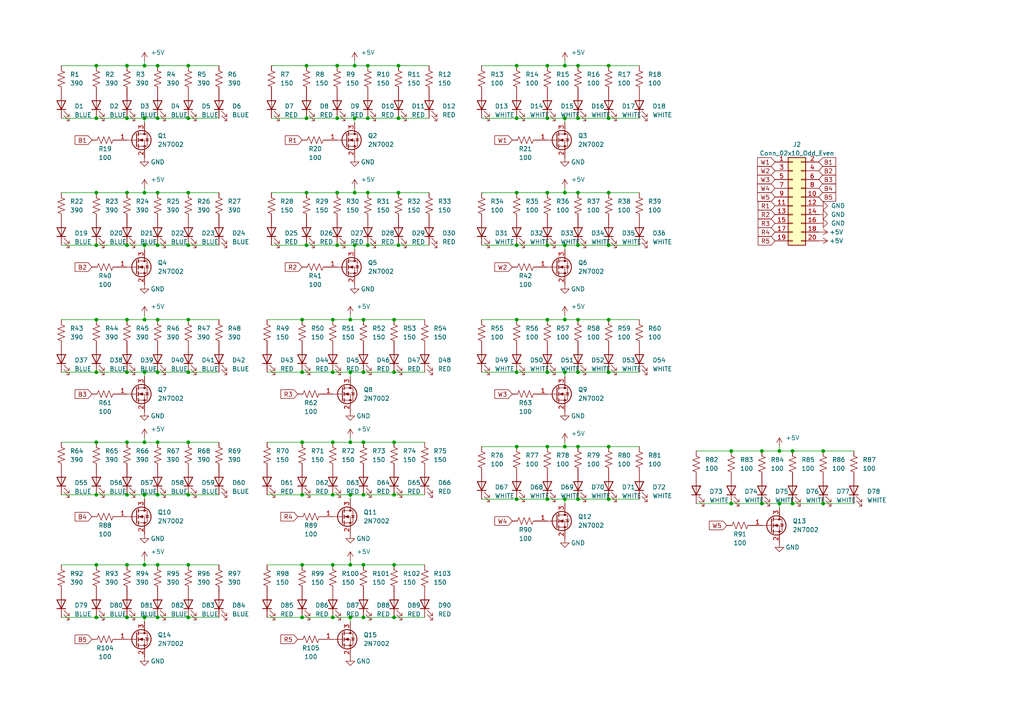
<source format=kicad_sch>
(kicad_sch (version 20230121) (generator eeschema)
  (paper "A4")
  (junction (at 158.75 92.71))
  (junction (at 105.41 92.71))
  (junction (at 115.57 71.12))
  (junction (at 115.57 19.05))
  (junction (at 167.64 55.88))
  (junction (at 54.61 55.88))
  (junction (at 54.61 128.27))
  (junction (at 45.72 107.95))
  (junction (at 229.87 130.81))
  (junction (at 163.83 34.29))
  (junction (at 97.79 34.29))
  (junction (at 105.41 128.27))
  (junction (at 96.52 107.95))
  (junction (at 36.83 92.71))
  (junction (at 149.86 34.29))
  (junction (at 226.06 146.05))
  (junction (at 105.41 179.07))
  (junction (at 176.53 129.54))
  (junction (at 96.52 143.51))
  (junction (at 167.64 19.05))
  (junction (at 45.72 34.29))
  (junction (at 149.86 92.71))
  (junction (at 149.86 107.95))
  (junction (at 41.91 92.71))
  (junction (at 102.87 19.05))
  (junction (at 41.91 163.83))
  (junction (at 149.86 55.88))
  (junction (at 96.52 92.71))
  (junction (at 54.61 71.12))
  (junction (at 36.83 71.12))
  (junction (at 36.83 128.27))
  (junction (at 101.6 163.83))
  (junction (at 106.68 19.05))
  (junction (at 27.94 128.27))
  (junction (at 101.6 179.07))
  (junction (at 101.6 143.51))
  (junction (at 36.83 143.51))
  (junction (at 149.86 129.54))
  (junction (at 176.53 92.71))
  (junction (at 54.61 34.29))
  (junction (at 54.61 163.83))
  (junction (at 163.83 129.54))
  (junction (at 101.6 128.27))
  (junction (at 220.98 130.81))
  (junction (at 87.63 92.71))
  (junction (at 54.61 107.95))
  (junction (at 27.94 143.51))
  (junction (at 87.63 128.27))
  (junction (at 27.94 107.95))
  (junction (at 101.6 92.71))
  (junction (at 115.57 34.29))
  (junction (at 97.79 19.05))
  (junction (at 163.83 144.78))
  (junction (at 54.61 179.07))
  (junction (at 45.72 92.71))
  (junction (at 106.68 55.88))
  (junction (at 114.3 179.07))
  (junction (at 114.3 143.51))
  (junction (at 27.94 179.07))
  (junction (at 106.68 34.29))
  (junction (at 36.83 19.05))
  (junction (at 88.9 71.12))
  (junction (at 115.57 55.88))
  (junction (at 149.86 71.12))
  (junction (at 41.91 55.88))
  (junction (at 88.9 19.05))
  (junction (at 167.64 71.12))
  (junction (at 163.83 107.95))
  (junction (at 167.64 34.29))
  (junction (at 212.09 146.05))
  (junction (at 158.75 107.95))
  (junction (at 36.83 179.07))
  (junction (at 36.83 55.88))
  (junction (at 176.53 34.29))
  (junction (at 167.64 129.54))
  (junction (at 167.64 92.71))
  (junction (at 87.63 179.07))
  (junction (at 158.75 34.29))
  (junction (at 96.52 163.83))
  (junction (at 158.75 55.88))
  (junction (at 163.83 71.12))
  (junction (at 96.52 179.07))
  (junction (at 88.9 55.88))
  (junction (at 105.41 143.51))
  (junction (at 27.94 71.12))
  (junction (at 226.06 130.81))
  (junction (at 41.91 34.29))
  (junction (at 45.72 55.88))
  (junction (at 54.61 19.05))
  (junction (at 167.64 144.78))
  (junction (at 41.91 107.95))
  (junction (at 102.87 34.29))
  (junction (at 41.91 179.07))
  (junction (at 114.3 107.95))
  (junction (at 106.68 71.12))
  (junction (at 41.91 71.12))
  (junction (at 101.6 107.95))
  (junction (at 27.94 163.83))
  (junction (at 102.87 55.88))
  (junction (at 36.83 107.95))
  (junction (at 167.64 107.95))
  (junction (at 54.61 92.71))
  (junction (at 45.72 71.12))
  (junction (at 114.3 163.83))
  (junction (at 45.72 128.27))
  (junction (at 41.91 128.27))
  (junction (at 27.94 34.29))
  (junction (at 87.63 143.51))
  (junction (at 45.72 163.83))
  (junction (at 229.87 146.05))
  (junction (at 97.79 55.88))
  (junction (at 27.94 92.71))
  (junction (at 105.41 107.95))
  (junction (at 176.53 71.12))
  (junction (at 102.87 71.12))
  (junction (at 88.9 34.29))
  (junction (at 114.3 92.71))
  (junction (at 158.75 129.54))
  (junction (at 45.72 179.07))
  (junction (at 105.41 163.83))
  (junction (at 114.3 128.27))
  (junction (at 97.79 71.12))
  (junction (at 27.94 55.88))
  (junction (at 96.52 128.27))
  (junction (at 41.91 19.05))
  (junction (at 149.86 144.78))
  (junction (at 158.75 144.78))
  (junction (at 212.09 130.81))
  (junction (at 176.53 144.78))
  (junction (at 27.94 19.05))
  (junction (at 54.61 143.51))
  (junction (at 36.83 163.83))
  (junction (at 149.86 19.05))
  (junction (at 176.53 107.95))
  (junction (at 238.76 130.81))
  (junction (at 45.72 19.05))
  (junction (at 158.75 19.05))
  (junction (at 41.91 143.51))
  (junction (at 163.83 55.88))
  (junction (at 45.72 143.51))
  (junction (at 176.53 19.05))
  (junction (at 36.83 34.29))
  (junction (at 176.53 55.88))
  (junction (at 163.83 19.05))
  (junction (at 220.98 146.05))
  (junction (at 87.63 107.95))
  (junction (at 158.75 71.12))
  (junction (at 87.63 163.83))
  (junction (at 238.76 146.05))
  (junction (at 163.83 92.71))
  (wire (pts (xy 139.7 55.88) (xy 149.86 55.88)))
  (wire (pts (xy 27.94 128.27) (xy 36.83 128.27)))
  (wire (pts (xy 158.75 144.78) (xy 163.83 144.78)))
  (wire (pts (xy 106.68 71.12) (xy 115.57 71.12)))
  (wire (pts (xy 226.06 130.81) (xy 229.87 130.81)))
  (wire (pts (xy 27.94 19.05) (xy 36.83 19.05)))
  (wire (pts (xy 105.41 143.51) (xy 114.3 143.51)))
  (wire (pts (xy 41.91 34.29) (xy 41.91 35.56)))
  (wire (pts (xy 226.06 146.05) (xy 229.87 146.05)))
  (wire (pts (xy 139.7 144.78) (xy 149.86 144.78)))
  (wire (pts (xy 149.86 34.29) (xy 158.75 34.29)))
  (wire (pts (xy 167.64 55.88) (xy 176.53 55.88)))
  (wire (pts (xy 96.52 163.83) (xy 101.6 163.83)))
  (wire (pts (xy 114.3 163.83) (xy 123.19 163.83)))
  (wire (pts (xy 101.6 107.95) (xy 101.6 109.22)))
  (wire (pts (xy 17.78 55.88) (xy 27.94 55.88)))
  (wire (pts (xy 96.52 143.51) (xy 101.6 143.51)))
  (wire (pts (xy 176.53 129.54) (xy 185.42 129.54)))
  (wire (pts (xy 17.78 19.05) (xy 27.94 19.05)))
  (wire (pts (xy 212.09 146.05) (xy 220.98 146.05)))
  (wire (pts (xy 97.79 19.05) (xy 102.87 19.05)))
  (wire (pts (xy 36.83 92.71) (xy 41.91 92.71)))
  (wire (pts (xy 158.75 107.95) (xy 163.83 107.95)))
  (wire (pts (xy 102.87 71.12) (xy 102.87 72.39)))
  (wire (pts (xy 114.3 143.51) (xy 123.19 143.51)))
  (wire (pts (xy 77.47 163.83) (xy 87.63 163.83)))
  (wire (pts (xy 41.91 107.95) (xy 45.72 107.95)))
  (wire (pts (xy 41.91 143.51) (xy 45.72 143.51)))
  (wire (pts (xy 27.94 107.95) (xy 36.83 107.95)))
  (wire (pts (xy 36.83 19.05) (xy 41.91 19.05)))
  (wire (pts (xy 201.93 130.81) (xy 212.09 130.81)))
  (wire (pts (xy 36.83 179.07) (xy 41.91 179.07)))
  (wire (pts (xy 54.61 143.51) (xy 63.5 143.51)))
  (wire (pts (xy 88.9 55.88) (xy 97.79 55.88)))
  (wire (pts (xy 106.68 34.29) (xy 115.57 34.29)))
  (wire (pts (xy 167.64 71.12) (xy 176.53 71.12)))
  (wire (pts (xy 105.41 163.83) (xy 114.3 163.83)))
  (wire (pts (xy 158.75 34.29) (xy 163.83 34.29)))
  (wire (pts (xy 45.72 107.95) (xy 54.61 107.95)))
  (wire (pts (xy 102.87 34.29) (xy 106.68 34.29)))
  (wire (pts (xy 163.83 19.05) (xy 167.64 19.05)))
  (wire (pts (xy 17.78 163.83) (xy 27.94 163.83)))
  (wire (pts (xy 27.94 55.88) (xy 36.83 55.88)))
  (wire (pts (xy 45.72 55.88) (xy 54.61 55.88)))
  (wire (pts (xy 158.75 71.12) (xy 163.83 71.12)))
  (wire (pts (xy 27.94 179.07) (xy 36.83 179.07)))
  (wire (pts (xy 101.6 92.71) (xy 105.41 92.71)))
  (wire (pts (xy 54.61 163.83) (xy 63.5 163.83)))
  (wire (pts (xy 45.72 34.29) (xy 54.61 34.29)))
  (wire (pts (xy 17.78 34.29) (xy 27.94 34.29)))
  (wire (pts (xy 106.68 55.88) (xy 115.57 55.88)))
  (wire (pts (xy 96.52 107.95) (xy 101.6 107.95)))
  (wire (pts (xy 27.94 71.12) (xy 36.83 71.12)))
  (wire (pts (xy 41.91 55.88) (xy 45.72 55.88)))
  (wire (pts (xy 149.86 129.54) (xy 158.75 129.54)))
  (wire (pts (xy 163.83 34.29) (xy 163.83 35.56)))
  (wire (pts (xy 176.53 71.12) (xy 185.42 71.12)))
  (wire (pts (xy 41.91 143.51) (xy 41.91 144.78)))
  (wire (pts (xy 115.57 71.12) (xy 124.46 71.12)))
  (wire (pts (xy 176.53 34.29) (xy 185.42 34.29)))
  (wire (pts (xy 96.52 128.27) (xy 101.6 128.27)))
  (wire (pts (xy 45.72 163.83) (xy 54.61 163.83)))
  (wire (pts (xy 158.75 19.05) (xy 163.83 19.05)))
  (wire (pts (xy 78.74 34.29) (xy 88.9 34.29)))
  (wire (pts (xy 114.3 107.95) (xy 123.19 107.95)))
  (wire (pts (xy 41.91 162.56) (xy 41.91 163.83)))
  (wire (pts (xy 101.6 128.27) (xy 105.41 128.27)))
  (wire (pts (xy 27.94 163.83) (xy 36.83 163.83)))
  (wire (pts (xy 105.41 92.71) (xy 114.3 92.71)))
  (wire (pts (xy 36.83 163.83) (xy 41.91 163.83)))
  (wire (pts (xy 163.83 55.88) (xy 167.64 55.88)))
  (wire (pts (xy 78.74 71.12) (xy 88.9 71.12)))
  (wire (pts (xy 226.06 146.05) (xy 226.06 147.32)))
  (wire (pts (xy 163.83 17.78) (xy 163.83 19.05)))
  (wire (pts (xy 101.6 127) (xy 101.6 128.27)))
  (wire (pts (xy 41.91 71.12) (xy 41.91 72.39)))
  (wire (pts (xy 54.61 128.27) (xy 63.5 128.27)))
  (wire (pts (xy 54.61 92.71) (xy 63.5 92.71)))
  (wire (pts (xy 41.91 163.83) (xy 45.72 163.83)))
  (wire (pts (xy 158.75 92.71) (xy 163.83 92.71)))
  (wire (pts (xy 77.47 92.71) (xy 87.63 92.71)))
  (wire (pts (xy 238.76 130.81) (xy 247.65 130.81)))
  (wire (pts (xy 102.87 19.05) (xy 106.68 19.05)))
  (wire (pts (xy 167.64 129.54) (xy 176.53 129.54)))
  (wire (pts (xy 36.83 34.29) (xy 41.91 34.29)))
  (wire (pts (xy 105.41 179.07) (xy 114.3 179.07)))
  (wire (pts (xy 167.64 19.05) (xy 176.53 19.05)))
  (wire (pts (xy 101.6 162.56) (xy 101.6 163.83)))
  (wire (pts (xy 41.91 179.07) (xy 41.91 180.34)))
  (wire (pts (xy 167.64 34.29) (xy 176.53 34.29)))
  (wire (pts (xy 149.86 55.88) (xy 158.75 55.88)))
  (wire (pts (xy 36.83 143.51) (xy 41.91 143.51)))
  (wire (pts (xy 139.7 71.12) (xy 149.86 71.12)))
  (wire (pts (xy 139.7 34.29) (xy 149.86 34.29)))
  (wire (pts (xy 54.61 19.05) (xy 63.5 19.05)))
  (wire (pts (xy 176.53 19.05) (xy 185.42 19.05)))
  (wire (pts (xy 54.61 107.95) (xy 63.5 107.95)))
  (wire (pts (xy 101.6 143.51) (xy 105.41 143.51)))
  (wire (pts (xy 115.57 55.88) (xy 124.46 55.88)))
  (wire (pts (xy 36.83 107.95) (xy 41.91 107.95)))
  (wire (pts (xy 41.91 92.71) (xy 45.72 92.71)))
  (wire (pts (xy 139.7 107.95) (xy 149.86 107.95)))
  (wire (pts (xy 167.64 92.71) (xy 176.53 92.71)))
  (wire (pts (xy 27.94 34.29) (xy 36.83 34.29)))
  (wire (pts (xy 87.63 128.27) (xy 96.52 128.27)))
  (wire (pts (xy 17.78 71.12) (xy 27.94 71.12)))
  (wire (pts (xy 45.72 19.05) (xy 54.61 19.05)))
  (wire (pts (xy 54.61 34.29) (xy 63.5 34.29)))
  (wire (pts (xy 115.57 19.05) (xy 124.46 19.05)))
  (wire (pts (xy 77.47 143.51) (xy 87.63 143.51)))
  (wire (pts (xy 102.87 34.29) (xy 102.87 35.56)))
  (wire (pts (xy 158.75 55.88) (xy 163.83 55.88)))
  (wire (pts (xy 105.41 107.95) (xy 114.3 107.95)))
  (wire (pts (xy 45.72 92.71) (xy 54.61 92.71)))
  (wire (pts (xy 114.3 92.71) (xy 123.19 92.71)))
  (wire (pts (xy 87.63 143.51) (xy 96.52 143.51)))
  (wire (pts (xy 45.72 71.12) (xy 54.61 71.12)))
  (wire (pts (xy 163.83 107.95) (xy 163.83 109.22)))
  (wire (pts (xy 54.61 179.07) (xy 63.5 179.07)))
  (wire (pts (xy 27.94 143.51) (xy 36.83 143.51)))
  (wire (pts (xy 149.86 71.12) (xy 158.75 71.12)))
  (wire (pts (xy 77.47 107.95) (xy 87.63 107.95)))
  (wire (pts (xy 163.83 91.44) (xy 163.83 92.71)))
  (wire (pts (xy 106.68 19.05) (xy 115.57 19.05)))
  (wire (pts (xy 163.83 71.12) (xy 167.64 71.12)))
  (wire (pts (xy 163.83 54.61) (xy 163.83 55.88)))
  (wire (pts (xy 163.83 107.95) (xy 167.64 107.95)))
  (wire (pts (xy 97.79 71.12) (xy 102.87 71.12)))
  (wire (pts (xy 167.64 107.95) (xy 176.53 107.95)))
  (wire (pts (xy 54.61 55.88) (xy 63.5 55.88)))
  (wire (pts (xy 41.91 179.07) (xy 45.72 179.07)))
  (wire (pts (xy 149.86 19.05) (xy 158.75 19.05)))
  (wire (pts (xy 139.7 92.71) (xy 149.86 92.71)))
  (wire (pts (xy 41.91 54.61) (xy 41.91 55.88)))
  (wire (pts (xy 101.6 179.07) (xy 105.41 179.07)))
  (wire (pts (xy 229.87 146.05) (xy 238.76 146.05)))
  (wire (pts (xy 41.91 17.78) (xy 41.91 19.05)))
  (wire (pts (xy 176.53 144.78) (xy 185.42 144.78)))
  (wire (pts (xy 97.79 34.29) (xy 102.87 34.29)))
  (wire (pts (xy 36.83 55.88) (xy 41.91 55.88)))
  (wire (pts (xy 45.72 179.07) (xy 54.61 179.07)))
  (wire (pts (xy 163.83 128.27) (xy 163.83 129.54)))
  (wire (pts (xy 87.63 163.83) (xy 96.52 163.83)))
  (wire (pts (xy 77.47 179.07) (xy 87.63 179.07)))
  (wire (pts (xy 163.83 144.78) (xy 163.83 146.05)))
  (wire (pts (xy 176.53 92.71) (xy 185.42 92.71)))
  (wire (pts (xy 36.83 128.27) (xy 41.91 128.27)))
  (wire (pts (xy 45.72 143.51) (xy 54.61 143.51)))
  (wire (pts (xy 101.6 107.95) (xy 105.41 107.95)))
  (wire (pts (xy 96.52 92.71) (xy 101.6 92.71)))
  (wire (pts (xy 54.61 71.12) (xy 63.5 71.12)))
  (wire (pts (xy 163.83 34.29) (xy 167.64 34.29)))
  (wire (pts (xy 226.06 129.54) (xy 226.06 130.81)))
  (wire (pts (xy 88.9 19.05) (xy 97.79 19.05)))
  (wire (pts (xy 41.91 128.27) (xy 45.72 128.27)))
  (wire (pts (xy 229.87 130.81) (xy 238.76 130.81)))
  (wire (pts (xy 45.72 128.27) (xy 54.61 128.27)))
  (wire (pts (xy 139.7 19.05) (xy 149.86 19.05)))
  (wire (pts (xy 158.75 129.54) (xy 163.83 129.54)))
  (wire (pts (xy 17.78 143.51) (xy 27.94 143.51)))
  (wire (pts (xy 36.83 71.12) (xy 41.91 71.12)))
  (wire (pts (xy 163.83 144.78) (xy 167.64 144.78)))
  (wire (pts (xy 167.64 144.78) (xy 176.53 144.78)))
  (wire (pts (xy 163.83 92.71) (xy 167.64 92.71)))
  (wire (pts (xy 27.94 92.71) (xy 36.83 92.71)))
  (wire (pts (xy 212.09 130.81) (xy 220.98 130.81)))
  (wire (pts (xy 77.47 128.27) (xy 87.63 128.27)))
  (wire (pts (xy 101.6 143.51) (xy 101.6 144.78)))
  (wire (pts (xy 114.3 128.27) (xy 123.19 128.27)))
  (wire (pts (xy 41.91 91.44) (xy 41.91 92.71)))
  (wire (pts (xy 88.9 71.12) (xy 97.79 71.12)))
  (wire (pts (xy 87.63 179.07) (xy 96.52 179.07)))
  (wire (pts (xy 41.91 19.05) (xy 45.72 19.05)))
  (wire (pts (xy 41.91 34.29) (xy 45.72 34.29)))
  (wire (pts (xy 87.63 92.71) (xy 96.52 92.71)))
  (wire (pts (xy 41.91 107.95) (xy 41.91 109.22)))
  (wire (pts (xy 102.87 71.12) (xy 106.68 71.12)))
  (wire (pts (xy 78.74 19.05) (xy 88.9 19.05)))
  (wire (pts (xy 101.6 163.83) (xy 105.41 163.83)))
  (wire (pts (xy 102.87 55.88) (xy 106.68 55.88)))
  (wire (pts (xy 163.83 129.54) (xy 167.64 129.54)))
  (wire (pts (xy 220.98 146.05) (xy 226.06 146.05)))
  (wire (pts (xy 114.3 179.07) (xy 123.19 179.07)))
  (wire (pts (xy 17.78 92.71) (xy 27.94 92.71)))
  (wire (pts (xy 78.74 55.88) (xy 88.9 55.88)))
  (wire (pts (xy 41.91 127) (xy 41.91 128.27)))
  (wire (pts (xy 102.87 54.61) (xy 102.87 55.88)))
  (wire (pts (xy 101.6 91.44) (xy 101.6 92.71)))
  (wire (pts (xy 96.52 179.07) (xy 101.6 179.07)))
  (wire (pts (xy 17.78 128.27) (xy 27.94 128.27)))
  (wire (pts (xy 149.86 107.95) (xy 158.75 107.95)))
  (wire (pts (xy 115.57 34.29) (xy 124.46 34.29)))
  (wire (pts (xy 238.76 146.05) (xy 247.65 146.05)))
  (wire (pts (xy 176.53 107.95) (xy 185.42 107.95)))
  (wire (pts (xy 17.78 179.07) (xy 27.94 179.07)))
  (wire (pts (xy 149.86 92.71) (xy 158.75 92.71)))
  (wire (pts (xy 87.63 107.95) (xy 96.52 107.95)))
  (wire (pts (xy 102.87 17.78) (xy 102.87 19.05)))
  (wire (pts (xy 139.7 129.54) (xy 149.86 129.54)))
  (wire (pts (xy 101.6 179.07) (xy 101.6 180.34)))
  (wire (pts (xy 88.9 34.29) (xy 97.79 34.29)))
  (wire (pts (xy 163.83 71.12) (xy 163.83 72.39)))
  (wire (pts (xy 201.93 146.05) (xy 212.09 146.05)))
  (wire (pts (xy 220.98 130.81) (xy 226.06 130.81)))
  (wire (pts (xy 105.41 128.27) (xy 114.3 128.27)))
  (wire (pts (xy 97.79 55.88) (xy 102.87 55.88)))
  (wire (pts (xy 17.78 107.95) (xy 27.94 107.95)))
  (wire (pts (xy 176.53 55.88) (xy 185.42 55.88)))
  (wire (pts (xy 41.91 71.12) (xy 45.72 71.12)))
  (wire (pts (xy 149.86 144.78) (xy 158.75 144.78)))
  (global_label "R3" (shape input) (at 224.79 64.77 180) (property "Intersheetrefs" "${INTERSHEET_REFS}" (effects hide)))
  (global_label "W4" (shape input) (at 224.79 54.61 180) (property "Intersheetrefs" "${INTERSHEET_REFS}" (effects hide)))
  (global_label "W3" (shape input) (at 224.79 52.07 180) (property "Intersheetrefs" "${INTERSHEET_REFS}" (effects hide)))
  (global_label "W1" (shape input) (at 224.79 46.99 180) (property "Intersheetrefs" "${INTERSHEET_REFS}" (effects hide)))
  (global_label "B5" (shape input) (at 237.49 57.15 0) (property "Intersheetrefs" "${INTERSHEET_REFS}" (effects hide)))
  (global_label "W3" (shape input) (at 148.59 114.3 180) (property "Intersheetrefs" "${INTERSHEET_REFS}" (effects hide)))
  (global_label "W4" (shape input) (at 148.59 151.13 180) (property "Intersheetrefs" "${INTERSHEET_REFS}" (effects hide)))
  (global_label "B4" (shape input) (at 237.49 54.61 0) (property "Intersheetrefs" "${INTERSHEET_REFS}" (effects hide)))
  (global_label "R2" (shape input) (at 224.79 62.23 180) (property "Intersheetrefs" "${INTERSHEET_REFS}" (effects hide)))
  (global_label "R5" (shape input) (at 86.36 185.42 180) (property "Intersheetrefs" "${INTERSHEET_REFS}" (effects hide)))
  (global_label "B2" (shape input) (at 26.67 77.47 180) (property "Intersheetrefs" "${INTERSHEET_REFS}" (effects hide)))
  (global_label "W2" (shape input) (at 148.59 77.47 180) (property "Intersheetrefs" "${INTERSHEET_REFS}" (effects hide)))
  (global_label "B2" (shape input) (at 237.49 49.53 0) (property "Intersheetrefs" "${INTERSHEET_REFS}" (effects hide)))
  (global_label "W2" (shape input) (at 224.79 49.53 180) (property "Intersheetrefs" "${INTERSHEET_REFS}" (effects hide)))
  (global_label "R4" (shape input) (at 86.36 149.86 180) (property "Intersheetrefs" "${INTERSHEET_REFS}" (effects hide)))
  (global_label "R1" (shape input) (at 224.79 59.69 180) (property "Intersheetrefs" "${INTERSHEET_REFS}" (effects hide)))
  (global_label "W5" (shape input) (at 224.79 57.15 180) (property "Intersheetrefs" "${INTERSHEET_REFS}" (effects hide)))
  (global_label "B1" (shape input) (at 26.67 40.64 180) (property "Intersheetrefs" "${INTERSHEET_REFS}" (effects hide)))
  (global_label "R4" (shape input) (at 224.79 67.31 180) (property "Intersheetrefs" "${INTERSHEET_REFS}" (effects hide)))
  (global_label "W5" (shape input) (at 210.82 152.4 180) (property "Intersheetrefs" "${INTERSHEET_REFS}" (effects hide)))
  (global_label "R3" (shape input) (at 86.36 114.3 180) (property "Intersheetrefs" "${INTERSHEET_REFS}" (effects hide)))
  (global_label "B3" (shape input) (at 26.67 114.3 180) (property "Intersheetrefs" "${INTERSHEET_REFS}" (effects hide)))
  (global_label "B3" (shape input) (at 237.49 52.07 0) (property "Intersheetrefs" "${INTERSHEET_REFS}" (effects hide)))
  (global_label "R5" (shape input) (at 224.79 69.85 180) (property "Intersheetrefs" "${INTERSHEET_REFS}" (effects hide)))
  (global_label "R2" (shape input) (at 87.63 77.47 180) (property "Intersheetrefs" "${INTERSHEET_REFS}" (effects hide)))
  (global_label "B4" (shape input) (at 26.67 149.86 180) (property "Intersheetrefs" "${INTERSHEET_REFS}" (effects hide)))
  (global_label "B5" (shape input) (at 26.67 185.42 180) (property "Intersheetrefs" "${INTERSHEET_REFS}" (effects hide)))
  (global_label "W1" (shape input) (at 148.59 40.64 180) (property "Intersheetrefs" "${INTERSHEET_REFS}" (effects hide)))
  (global_label "B1" (shape input) (at 237.49 46.99 0) (property "Intersheetrefs" "${INTERSHEET_REFS}" (effects hide)))
  (global_label "R1" (shape input) (at 87.63 40.64 180) (property "Intersheetrefs" "${INTERSHEET_REFS}" (effects hide)))
  (symbol (lib_id "Device:R_US") (at 106.68 59.69 180) (unit 1)
    (property "Reference" "R31" (at 109.22 58.4199 0) (effects (justify right)))
    (property "Value" "150" (at 109.22 60.9599 0) (effects (justify right)))
    (property "Footprint" "Resistor_SMD:R_0603_1608Metric" (effects hide))
  )
  (symbol (lib_id "Device:R_US") (at 229.87 134.62 180) (unit 1)
    (property "Reference" "R85" (at 232.41 133.3499 0) (effects (justify right)))
    (property "Value" "100" (at 232.41 135.8899 0) (effects (justify right)))
    (property "Footprint" "Resistor_SMD:R_0603_1608Metric" (effects hide))
  )
  (symbol (lib_id "Device:LED") (at 149.86 30.48 90) (unit 1)
    (property "Reference" "D14" (at 153.67 30.7974 90) (effects (justify right)))
    (property "Value" "WHITE" (at 153.67 33.3374 90) (effects (justify right)))
    (property "Footprint" "LED_SMD:LED_0603_1608Metric" (effects hide))
  )
  (symbol (lib_id "Transistor_FET:2N7002") (at 39.37 185.42 0) (unit 1)
    (property "Reference" "Q14" (at 45.72 184.1499 0) (effects (justify left)))
    (property "Value" "2N7002" (at 45.72 186.6899 0) (effects (justify left)))
    (property "Footprint" "Package_TO_SOT_SMD:SOT-23" (effects hide))
    (property "Datasheet" "https://www.onsemi.com/pub/Collateral/NDS7002A-D.PDF" (effects hide))
  )
  (symbol (lib_id "Device:LED") (at 17.78 30.48 90) (unit 1)
    (property "Reference" "D1" (at 21.59 30.7974 90) (effects (justify right)))
    (property "Value" "BLUE" (at 21.59 33.3374 90) (effects (justify right)))
    (property "Footprint" "LED_SMD:LED_0603_1608Metric" (effects hide))
  )
  (symbol (lib_id "power:+5V") (at 41.91 54.61 0) (unit 1)
    (property "Reference" "#PWR010" (effects hide))
    (property "Value" "+5V" (at 45.72 52.07 0))
  )
  (symbol (lib_id "Device:R_US") (at 88.9 59.69 180) (unit 1)
    (property "Reference" "R29" (at 91.44 58.4199 0) (effects (justify right)))
    (property "Value" "150" (at 91.44 60.9599 0) (effects (justify right)))
    (property "Footprint" "Resistor_SMD:R_0603_1608Metric" (effects hide))
  )
  (symbol (lib_id "Device:R_US") (at 87.63 167.64 180) (unit 1)
    (property "Reference" "R99" (at 90.17 166.3699 0) (effects (justify right)))
    (property "Value" "150" (at 90.17 168.9099 0) (effects (justify right)))
    (property "Footprint" "Resistor_SMD:R_0603_1608Metric" (effects hide))
  )
  (symbol (lib_id "Device:LED") (at 36.83 175.26 90) (unit 1)
    (property "Reference" "D81" (at 40.64 175.5774 90) (effects (justify right)))
    (property "Value" "BLUE" (at 40.64 178.1174 90) (effects (justify right)))
    (property "Footprint" "LED_SMD:LED_0603_1608Metric" (effects hide))
  )
  (symbol (lib_id "Device:R_US") (at 87.63 96.52 180) (unit 1)
    (property "Reference" "R50" (at 90.17 95.2499 0) (effects (justify right)))
    (property "Value" "150" (at 90.17 97.7899 0) (effects (justify right)))
    (property "Footprint" "Resistor_SMD:R_0603_1608Metric" (effects hide))
  )
  (symbol (lib_id "Device:R_US") (at 212.09 134.62 180) (unit 1)
    (property "Reference" "R83" (at 214.63 133.3499 0) (effects (justify right)))
    (property "Value" "100" (at 214.63 135.8899 0) (effects (justify right)))
    (property "Footprint" "Resistor_SMD:R_0603_1608Metric" (effects hide))
  )
  (symbol (lib_id "Device:R_US") (at 77.47 167.64 180) (unit 1)
    (property "Reference" "R98" (at 80.01 166.3699 0) (effects (justify right)))
    (property "Value" "150" (at 80.01 168.9099 0) (effects (justify right)))
    (property "Footprint" "Resistor_SMD:R_0603_1608Metric" (effects hide))
  )
  (symbol (lib_id "Device:LED") (at 77.47 104.14 90) (unit 1)
    (property "Reference" "D43" (at 81.28 104.4574 90) (effects (justify right)))
    (property "Value" "RED" (at 81.28 106.9974 90) (effects (justify right)))
    (property "Footprint" "LED_SMD:LED_0603_1608Metric" (effects hide))
  )
  (symbol (lib_id "Device:R_US") (at 139.7 22.86 180) (unit 1)
    (property "Reference" "R13" (at 142.24 21.5899 0) (effects (justify right)))
    (property "Value" "100" (at 142.24 24.1299 0) (effects (justify right)))
    (property "Footprint" "Resistor_SMD:R_0603_1608Metric" (effects hide))
  )
  (symbol (lib_id "Device:R_US") (at 115.57 22.86 180) (unit 1)
    (property "Reference" "R11" (at 118.11 21.5899 0) (effects (justify right)))
    (property "Value" "150" (at 118.11 24.1299 0) (effects (justify right)))
    (property "Footprint" "Resistor_SMD:R_0603_1608Metric" (effects hide))
  )
  (symbol (lib_id "Device:LED") (at 149.86 67.31 90) (unit 1)
    (property "Reference" "D32" (at 153.67 67.6274 90) (effects (justify right)))
    (property "Value" "WHITE" (at 153.67 70.1674 90) (effects (justify right)))
    (property "Footprint" "LED_SMD:LED_0603_1608Metric" (effects hide))
  )
  (symbol (lib_id "Device:LED") (at 247.65 142.24 90) (unit 1)
    (property "Reference" "D78" (at 251.46 142.5574 90) (effects (justify right)))
    (property "Value" "WHITE" (at 251.46 145.0974 90) (effects (justify right)))
    (property "Footprint" "LED_SMD:LED_0603_1608Metric" (effects hide))
  )
  (symbol (lib_id "Device:LED") (at 63.5 139.7 90) (unit 1)
    (property "Reference" "D60" (at 67.31 140.0174 90) (effects (justify right)))
    (property "Value" "BLUE" (at 67.31 142.5574 90) (effects (justify right)))
    (property "Footprint" "LED_SMD:LED_0603_1608Metric" (effects hide))
  )
  (symbol (lib_id "Device:LED") (at 139.7 67.31 90) (unit 1)
    (property "Reference" "D31" (at 143.51 67.6274 90) (effects (justify right)))
    (property "Value" "WHITE" (at 143.51 70.1674 90) (effects (justify right)))
    (property "Footprint" "LED_SMD:LED_0603_1608Metric" (effects hide))
  )
  (symbol (lib_id "power:GND") (at 102.87 82.55 0) (unit 1)
    (property "Reference" "#PWR017" (effects hide))
    (property "Value" "GND" (at 106.68 83.82 0))
  )
  (symbol (lib_id "Device:R_US") (at 87.63 132.08 180) (unit 1)
    (property "Reference" "R71" (at 90.17 130.8099 0) (effects (justify right)))
    (property "Value" "150" (at 90.17 133.3499 0) (effects (justify right)))
    (property "Footprint" "Resistor_SMD:R_0603_1608Metric" (effects hide))
  )
  (symbol (lib_id "Device:R_US") (at 152.4 151.13 90) (unit 1)
    (property "Reference" "R90" (at 152.4 153.67 90))
    (property "Value" "100" (at 152.4 156.21 90))
    (property "Footprint" "Resistor_SMD:R_0603_1608Metric" (effects hide))
  )
  (symbol (lib_id "power:+5V") (at 101.6 127 0) (unit 1)
    (property "Reference" "#PWR030" (effects hide))
    (property "Value" "+5V" (at 105.41 124.46 0))
  )
  (symbol (lib_id "Device:LED") (at 54.61 30.48 90) (unit 1)
    (property "Reference" "D5" (at 58.42 30.7974 90) (effects (justify right)))
    (property "Value" "BLUE" (at 58.42 33.3374 90) (effects (justify right)))
    (property "Footprint" "LED_SMD:LED_0603_1608Metric" (effects hide))
  )
  (symbol (lib_id "Device:LED") (at 36.83 67.31 90) (unit 1)
    (property "Reference" "D21" (at 40.64 67.6274 90) (effects (justify right)))
    (property "Value" "BLUE" (at 40.64 70.1674 90) (effects (justify right)))
    (property "Footprint" "LED_SMD:LED_0603_1608Metric" (effects hide))
  )
  (symbol (lib_id "Device:R_US") (at 90.17 149.86 90) (unit 1)
    (property "Reference" "R89" (at 90.17 152.4 90))
    (property "Value" "100" (at 90.17 154.94 90))
    (property "Footprint" "Resistor_SMD:R_0603_1608Metric" (effects hide))
  )
  (symbol (lib_id "Device:R_US") (at 123.19 132.08 180) (unit 1)
    (property "Reference" "R75" (at 125.73 130.8099 0) (effects (justify right)))
    (property "Value" "150" (at 125.73 133.3499 0) (effects (justify right)))
    (property "Footprint" "Resistor_SMD:R_0603_1608Metric" (effects hide))
  )
  (symbol (lib_id "Device:LED") (at 45.72 104.14 90) (unit 1)
    (property "Reference" "D40" (at 49.53 104.4574 90) (effects (justify right)))
    (property "Value" "BLUE" (at 49.53 106.9974 90) (effects (justify right)))
    (property "Footprint" "LED_SMD:LED_0603_1608Metric" (effects hide))
  )
  (symbol (lib_id "Device:LED") (at 17.78 175.26 90) (unit 1)
    (property "Reference" "D79" (at 21.59 175.5774 90) (effects (justify right)))
    (property "Value" "BLUE" (at 21.59 178.1174 90) (effects (justify right)))
    (property "Footprint" "LED_SMD:LED_0603_1608Metric" (effects hide))
  )
  (symbol (lib_id "Device:LED") (at 17.78 104.14 90) (unit 1)
    (property "Reference" "D37" (at 21.59 104.4574 90) (effects (justify right)))
    (property "Value" "BLUE" (at 21.59 106.9974 90) (effects (justify right)))
    (property "Footprint" "LED_SMD:LED_0603_1608Metric" (effects hide))
  )
  (symbol (lib_id "Device:LED") (at 212.09 142.24 90) (unit 1)
    (property "Reference" "D74" (at 215.9 142.5574 90) (effects (justify right)))
    (property "Value" "WHITE" (at 215.9 145.0974 90) (effects (justify right)))
    (property "Footprint" "LED_SMD:LED_0603_1608Metric" (effects hide))
  )
  (symbol (lib_id "Device:LED") (at 167.64 67.31 90) (unit 1)
    (property "Reference" "D34" (at 171.45 67.6274 90) (effects (justify right)))
    (property "Value" "WHITE" (at 171.45 70.1674 90) (effects (justify right)))
    (property "Footprint" "LED_SMD:LED_0603_1608Metric" (effects hide))
  )
  (symbol (lib_id "Device:LED") (at 123.19 175.26 90) (unit 1)
    (property "Reference" "D90" (at 127 175.5774 90) (effects (justify right)))
    (property "Value" "RED" (at 127 178.1174 90) (effects (justify right)))
    (property "Footprint" "LED_SMD:LED_0603_1608Metric" (effects hide))
  )
  (symbol (lib_id "Device:R_US") (at 63.5 132.08 180) (unit 1)
    (property "Reference" "R69" (at 66.04 130.8099 0) (effects (justify right)))
    (property "Value" "390" (at 66.04 133.3499 0) (effects (justify right)))
    (property "Footprint" "Resistor_SMD:R_0603_1608Metric" (effects hide))
  )
  (symbol (lib_id "Transistor_FET:2N7002") (at 39.37 114.3 0) (unit 1)
    (property "Reference" "Q7" (at 45.72 113.0299 0) (effects (justify left)))
    (property "Value" "2N7002" (at 45.72 115.5699 0) (effects (justify left)))
    (property "Footprint" "Package_TO_SOT_SMD:SOT-23" (effects hide))
    (property "Datasheet" "https://www.onsemi.com/pub/Collateral/NDS7002A-D.PDF" (effects hide))
  )
  (symbol (lib_id "Device:R_US") (at 30.48 149.86 90) (unit 1)
    (property "Reference" "R88" (at 30.48 152.4 90))
    (property "Value" "100" (at 30.48 154.94 90))
    (property "Footprint" "Resistor_SMD:R_0603_1608Metric" (effects hide))
  )
  (symbol (lib_id "Device:R_US") (at 91.44 40.64 90) (unit 1)
    (property "Reference" "R20" (at 91.44 43.18 90))
    (property "Value" "100" (at 91.44 45.72 90))
    (property "Footprint" "Resistor_SMD:R_0603_1608Metric" (effects hide))
  )
  (symbol (lib_id "Device:R_US") (at 36.83 132.08 180) (unit 1)
    (property "Reference" "R66" (at 39.37 130.8099 0) (effects (justify right)))
    (property "Value" "390" (at 39.37 133.3499 0) (effects (justify right)))
    (property "Footprint" "Resistor_SMD:R_0603_1608Metric" (effects hide))
  )
  (symbol (lib_id "Device:LED") (at 105.41 175.26 90) (unit 1)
    (property "Reference" "D88" (at 109.22 175.5774 90) (effects (justify right)))
    (property "Value" "RED" (at 109.22 178.1174 90) (effects (justify right)))
    (property "Footprint" "LED_SMD:LED_0603_1608Metric" (effects hide))
  )
  (symbol (lib_id "4ms_Power:GND") (at 237.49 64.77 90) (unit 1)
    (property "Reference" "#PWR013" (effects hide))
    (property "Value" "GND" (at 245.11 64.77 90) (effects (justify left)))
  )
  (symbol (lib_id "power:GND") (at 41.91 190.5 0) (unit 1)
    (property "Reference" "#PWR039" (effects hide))
    (property "Value" "GND" (at 45.72 191.77 0))
  )
  (symbol (lib_id "Device:R_US") (at 30.48 40.64 90) (unit 1)
    (property "Reference" "R19" (at 30.48 43.18 90))
    (property "Value" "100" (at 30.48 45.72 90))
    (property "Footprint" "Resistor_SMD:R_0603_1608Metric" (effects hide))
  )
  (symbol (lib_id "Device:R_US") (at 123.19 96.52 180) (unit 1)
    (property "Reference" "R54" (at 125.73 95.2499 0) (effects (justify right)))
    (property "Value" "150" (at 125.73 97.7899 0) (effects (justify right)))
    (property "Footprint" "Resistor_SMD:R_0603_1608Metric" (effects hide))
  )
  (symbol (lib_id "Device:R_US") (at 152.4 40.64 90) (unit 1)
    (property "Reference" "R21" (at 152.4 43.18 90))
    (property "Value" "100" (at 152.4 45.72 90))
    (property "Footprint" "Resistor_SMD:R_0603_1608Metric" (effects hide))
  )
  (symbol (lib_id "Device:R_US") (at 27.94 96.52 180) (unit 1)
    (property "Reference" "R44" (at 30.48 95.2499 0) (effects (justify right)))
    (property "Value" "390" (at 30.48 97.7899 0) (effects (justify right)))
    (property "Footprint" "Resistor_SMD:R_0603_1608Metric" (effects hide))
  )
  (symbol (lib_id "Device:LED") (at 106.68 30.48 90) (unit 1)
    (property "Reference" "D10" (at 110.49 30.7974 90) (effects (justify right)))
    (property "Value" "RED" (at 110.49 33.3374 90) (effects (justify right)))
    (property "Footprint" "LED_SMD:LED_0603_1608Metric" (effects hide))
  )
  (symbol (lib_id "Device:R_US") (at 54.61 132.08 180) (unit 1)
    (property "Reference" "R68" (at 57.15 130.8099 0) (effects (justify right)))
    (property "Value" "390" (at 57.15 133.3499 0) (effects (justify right)))
    (property "Footprint" "Resistor_SMD:R_0603_1608Metric" (effects hide))
  )
  (symbol (lib_id "Device:LED") (at 105.41 139.7 90) (unit 1)
    (property "Reference" "D64" (at 109.22 140.0174 90) (effects (justify right)))
    (property "Value" "RED" (at 109.22 142.5574 90) (effects (justify right)))
    (property "Footprint" "LED_SMD:LED_0603_1608Metric" (effects hide))
  )
  (symbol (lib_id "Device:R_US") (at 54.61 167.64 180) (unit 1)
    (property "Reference" "R96" (at 57.15 166.3699 0) (effects (justify right)))
    (property "Value" "390" (at 57.15 168.9099 0) (effects (justify right)))
    (property "Footprint" "Resistor_SMD:R_0603_1608Metric" (effects hide))
  )
  (symbol (lib_id "power:+5V") (at 101.6 91.44 0) (unit 1)
    (property "Reference" "#PWR021" (effects hide))
    (property "Value" "+5V" (at 105.41 88.9 0))
  )
  (symbol (lib_id "Device:R_US") (at 158.75 22.86 180) (unit 1)
    (property "Reference" "R15" (at 161.29 21.5899 0) (effects (justify right)))
    (property "Value" "100" (at 161.29 24.1299 0) (effects (justify right)))
    (property "Footprint" "Resistor_SMD:R_0603_1608Metric" (effects hide))
  )
  (symbol (lib_id "Device:R_US") (at 36.83 59.69 180) (unit 1)
    (property "Reference" "R24" (at 39.37 58.4199 0) (effects (justify right)))
    (property "Value" "390" (at 39.37 60.9599 0) (effects (justify right)))
    (property "Footprint" "Resistor_SMD:R_0603_1608Metric" (effects hide))
  )
  (symbol (lib_id "Device:LED") (at 115.57 67.31 90) (unit 1)
    (property "Reference" "D29" (at 119.38 67.6274 90) (effects (justify right)))
    (property "Value" "RED" (at 119.38 70.1674 90) (effects (justify right)))
    (property "Footprint" "LED_SMD:LED_0603_1608Metric" (effects hide))
  )
  (symbol (lib_id "Device:LED") (at 176.53 67.31 90) (unit 1)
    (property "Reference" "D35" (at 180.34 67.6274 90) (effects (justify right)))
    (property "Value" "WHITE" (at 180.34 70.1674 90) (effects (justify right)))
    (property "Footprint" "LED_SMD:LED_0603_1608Metric" (effects hide))
  )
  (symbol (lib_id "Transistor_FET:2N7002") (at 99.06 149.86 0) (unit 1)
    (property "Reference" "Q11" (at 105.41 148.5899 0) (effects (justify left)))
    (property "Value" "2N7002" (at 105.41 151.1299 0) (effects (justify left)))
    (property "Footprint" "Package_TO_SOT_SMD:SOT-23" (effects hide))
    (property "Datasheet" "https://www.onsemi.com/pub/Collateral/NDS7002A-D.PDF" (effects hide))
  )
  (symbol (lib_id "Device:R_US") (at 149.86 22.86 180) (unit 1)
    (property "Reference" "R14" (at 152.4 21.5899 0) (effects (justify right)))
    (property "Value" "100" (at 152.4 24.1299 0) (effects (justify right)))
    (property "Footprint" "Resistor_SMD:R_0603_1608Metric" (effects hide))
  )
  (symbol (lib_id "Device:LED") (at 201.93 142.24 90) (unit 1)
    (property "Reference" "D73" (at 205.74 142.5574 90) (effects (justify right)))
    (property "Value" "WHITE" (at 205.74 145.0974 90) (effects (justify right)))
    (property "Footprint" "LED_SMD:LED_0603_1608Metric" (effects hide))
  )
  (symbol (lib_id "power:+5V") (at 163.83 91.44 0) (unit 1)
    (property "Reference" "#PWR022" (effects hide))
    (property "Value" "+5V" (at 167.64 88.9 0))
  )
  (symbol (lib_id "power:+5V") (at 41.91 17.78 0) (unit 1)
    (property "Reference" "#PWR01" (effects hide))
    (property "Value" "+5V" (at 45.72 15.24 0))
  )
  (symbol (lib_id "Device:R_US") (at 27.94 59.69 180) (unit 1)
    (property "Reference" "R23" (at 30.48 58.4199 0) (effects (justify right)))
    (property "Value" "390" (at 30.48 60.9599 0) (effects (justify right)))
    (property "Footprint" "Resistor_SMD:R_0603_1608Metric" (effects hide))
  )
  (symbol (lib_id "Device:R_US") (at 185.42 133.35 180) (unit 1)
    (property "Reference" "R81" (at 187.96 132.0799 0) (effects (justify right)))
    (property "Value" "100" (at 187.96 134.6199 0) (effects (justify right)))
    (property "Footprint" "Resistor_SMD:R_0603_1608Metric" (effects hide))
  )
  (symbol (lib_id "Device:R_US") (at 91.44 77.47 90) (unit 1)
    (property "Reference" "R41" (at 91.44 80.01 90))
    (property "Value" "100" (at 91.44 82.55 90))
    (property "Footprint" "Resistor_SMD:R_0603_1608Metric" (effects hide))
  )
  (symbol (lib_id "Device:R_US") (at 149.86 96.52 180) (unit 1)
    (property "Reference" "R56" (at 152.4 95.2499 0) (effects (justify right)))
    (property "Value" "100" (at 152.4 97.7899 0) (effects (justify right)))
    (property "Footprint" "Resistor_SMD:R_0603_1608Metric" (effects hide))
  )
  (symbol (lib_id "Device:R_US") (at 97.79 59.69 180) (unit 1)
    (property "Reference" "R30" (at 100.33 58.4199 0) (effects (justify right)))
    (property "Value" "150" (at 100.33 60.9599 0) (effects (justify right)))
    (property "Footprint" "Resistor_SMD:R_0603_1608Metric" (effects hide))
  )
  (symbol (lib_id "Transistor_FET:2N7002") (at 100.33 40.64 0) (unit 1)
    (property "Reference" "Q2" (at 106.68 39.3699 0) (effects (justify left)))
    (property "Value" "2N7002" (at 106.68 41.9099 0) (effects (justify left)))
    (property "Footprint" "Package_TO_SOT_SMD:SOT-23" (effects hide))
    (property "Datasheet" "https://www.onsemi.com/pub/Collateral/NDS7002A-D.PDF" (effects hide))
  )
  (symbol (lib_id "Device:R_US") (at 63.5 167.64 180) (unit 1)
    (property "Reference" "R97" (at 66.04 166.3699 0) (effects (justify right)))
    (property "Value" "390" (at 66.04 168.9099 0) (effects (justify right)))
    (property "Footprint" "Resistor_SMD:R_0603_1608Metric" (effects hide))
  )
  (symbol (lib_id "power:+5V") (at 163.83 17.78 0) (unit 1)
    (property "Reference" "#PWR03" (effects hide))
    (property "Value" "+5V" (at 167.64 15.24 0))
  )
  (symbol (lib_id "power:GND") (at 163.83 45.72 0) (unit 1)
    (property "Reference" "#PWR09" (effects hide))
    (property "Value" "GND" (at 167.64 46.99 0))
  )
  (symbol (lib_id "Device:R_US") (at 176.53 96.52 180) (unit 1)
    (property "Reference" "R59" (at 179.07 95.2499 0) (effects (justify right)))
    (property "Value" "100" (at 179.07 97.7899 0) (effects (justify right)))
    (property "Footprint" "Resistor_SMD:R_0603_1608Metric" (effects hide))
  )
  (symbol (lib_id "Device:R_US") (at 114.3 132.08 180) (unit 1)
    (property "Reference" "R74" (at 116.84 130.8099 0) (effects (justify right)))
    (property "Value" "150" (at 116.84 133.3499 0) (effects (justify right)))
    (property "Footprint" "Resistor_SMD:R_0603_1608Metric" (effects hide))
  )
  (symbol (lib_id "Device:LED") (at 105.41 104.14 90) (unit 1)
    (property "Reference" "D46" (at 109.22 104.4574 90) (effects (justify right)))
    (property "Value" "RED" (at 109.22 106.9974 90) (effects (justify right)))
    (property "Footprint" "LED_SMD:LED_0603_1608Metric" (effects hide))
  )
  (symbol (lib_id "Device:LED") (at 185.42 67.31 90) (unit 1)
    (property "Reference" "D36" (at 189.23 67.6274 90) (effects (justify right)))
    (property "Value" "WHITE" (at 189.23 70.1674 90) (effects (justify right)))
    (property "Footprint" "LED_SMD:LED_0603_1608Metric" (effects hide))
  )
  (symbol (lib_id "Device:LED") (at 27.94 30.48 90) (unit 1)
    (property "Reference" "D2" (at 31.75 30.7974 90) (effects (justify right)))
    (property "Value" "BLUE" (at 31.75 33.3374 90) (effects (justify right)))
    (property "Footprint" "LED_SMD:LED_0603_1608Metric" (effects hide))
  )
  (symbol (lib_id "Device:LED") (at 238.76 142.24 90) (unit 1)
    (property "Reference" "D77" (at 242.57 142.5574 90) (effects (justify right)))
    (property "Value" "WHITE" (at 242.57 145.0974 90) (effects (justify right)))
    (property "Footprint" "LED_SMD:LED_0603_1608Metric" (effects hide))
  )
  (symbol (lib_id "Device:R_US") (at 17.78 167.64 180) (unit 1)
    (property "Reference" "R92" (at 20.32 166.3699 0) (effects (justify right)))
    (property "Value" "390" (at 20.32 168.9099 0) (effects (justify right)))
    (property "Footprint" "Resistor_SMD:R_0603_1608Metric" (effects hide))
  )
  (symbol (lib_id "Device:LED") (at 158.75 30.48 90) (unit 1)
    (property "Reference" "D15" (at 162.56 30.7974 90) (effects (justify right)))
    (property "Value" "WHITE" (at 162.56 33.3374 90) (effects (justify right)))
    (property "Footprint" "LED_SMD:LED_0603_1608Metric" (effects hide))
  )
  (symbol (lib_id "Device:R_US") (at 152.4 114.3 90) (unit 1)
    (property "Reference" "R63" (at 152.4 116.84 90))
    (property "Value" "100" (at 152.4 119.38 90))
    (property "Footprint" "Resistor_SMD:R_0603_1608Metric" (effects hide))
  )
  (symbol (lib_id "power:GND") (at 226.06 157.48 0) (unit 1)
    (property "Reference" "#PWR036" (effects hide))
    (property "Value" "GND" (at 229.87 158.75 0))
  )
  (symbol (lib_id "Device:LED") (at 176.53 104.14 90) (unit 1)
    (property "Reference" "D53" (at 180.34 104.4574 90) (effects (justify right)))
    (property "Value" "WHITE" (at 180.34 106.9974 90) (effects (justify right)))
    (property "Footprint" "LED_SMD:LED_0603_1608Metric" (effects hide))
  )
  (symbol (lib_id "Device:LED") (at 114.3 175.26 90) (unit 1)
    (property "Reference" "D89" (at 118.11 175.5774 90) (effects (justify right)))
    (property "Value" "RED" (at 118.11 178.1174 90) (effects (justify right)))
    (property "Footprint" "LED_SMD:LED_0603_1608Metric" (effects hide))
  )
  (symbol (lib_id "Device:LED") (at 185.42 104.14 90) (unit 1)
    (property "Reference" "D54" (at 189.23 104.4574 90) (effects (justify right)))
    (property "Value" "WHITE" (at 189.23 106.9974 90) (effects (justify right)))
    (property "Footprint" "LED_SMD:LED_0603_1608Metric" (effects hide))
  )
  (symbol (lib_id "Device:LED") (at 27.94 104.14 90) (unit 1)
    (property "Reference" "D38" (at 31.75 104.4574 90) (effects (justify right)))
    (property "Value" "BLUE" (at 31.75 106.9974 90) (effects (justify right)))
    (property "Footprint" "LED_SMD:LED_0603_1608Metric" (effects hide))
  )
  (symbol (lib_id "Device:LED") (at 27.94 175.26 90) (unit 1)
    (property "Reference" "D80" (at 31.75 175.5774 90) (effects (justify right)))
    (property "Value" "BLUE" (at 31.75 178.1174 90) (effects (justify right)))
    (property "Footprint" "LED_SMD:LED_0603_1608Metric" (effects hide))
  )
  (symbol (lib_id "Device:R_US") (at 106.68 22.86 180) (unit 1)
    (property "Reference" "R10" (at 109.22 21.5899 0) (effects (justify right)))
    (property "Value" "150" (at 109.22 24.1299 0) (effects (justify right)))
    (property "Footprint" "Resistor_SMD:R_0603_1608Metric" (effects hide))
  )
  (symbol (lib_id "Device:LED") (at 229.87 142.24 90) (unit 1)
    (property "Reference" "D76" (at 233.68 142.5574 90) (effects (justify right)))
    (property "Value" "WHITE" (at 233.68 145.0974 90) (effects (justify right)))
    (property "Footprint" "LED_SMD:LED_0603_1608Metric" (effects hide))
  )
  (symbol (lib_id "Device:LED") (at 124.46 67.31 90) (unit 1)
    (property "Reference" "D30" (at 128.27 67.6274 90) (effects (justify right)))
    (property "Value" "RED" (at 128.27 70.1674 90) (effects (justify right)))
    (property "Footprint" "LED_SMD:LED_0603_1608Metric" (effects hide))
  )
  (symbol (lib_id "power:+5V") (at 102.87 54.61 0) (unit 1)
    (property "Reference" "#PWR011" (effects hide))
    (property "Value" "+5V" (at 106.68 52.07 0))
  )
  (symbol (lib_id "Device:R_US") (at 63.5 59.69 180) (unit 1)
    (property "Reference" "R27" (at 66.04 58.4199 0) (effects (justify right)))
    (property "Value" "390" (at 66.04 60.9599 0) (effects (justify right)))
    (property "Footprint" "Resistor_SMD:R_0603_1608Metric" (effects hide))
  )
  (symbol (lib_id "Device:R_US") (at 36.83 22.86 180) (unit 1)
    (property "Reference" "R3" (at 39.37 21.5899 0) (effects (justify right)))
    (property "Value" "390" (at 39.37 24.1299 0) (effects (justify right)))
    (property "Footprint" "Resistor_SMD:R_0603_1608Metric" (effects hide))
  )
  (symbol (lib_id "Device:R_US") (at 78.74 22.86 180) (unit 1)
    (property "Reference" "R7" (at 81.28 21.5899 0) (effects (justify right)))
    (property "Value" "150" (at 81.28 24.1299 0) (effects (justify right)))
    (property "Footprint" "Resistor_SMD:R_0603_1608Metric" (effects hide))
  )
  (symbol (lib_id "Device:LED") (at 185.42 30.48 90) (unit 1)
    (property "Reference" "D18" (at 189.23 30.7974 90) (effects (justify right)))
    (property "Value" "WHITE" (at 189.23 33.3374 90) (effects (justify right)))
    (property "Footprint" "LED_SMD:LED_0603_1608Metric" (effects hide))
  )
  (symbol (lib_id "Device:R_US") (at 63.5 22.86 180) (unit 1)
    (property "Reference" "R6" (at 66.04 21.5899 0) (effects (justify right)))
    (property "Value" "390" (at 66.04 24.1299 0) (effects (justify right)))
    (property "Footprint" "Resistor_SMD:R_0603_1608Metric" (effects hide))
  )
  (symbol (lib_id "Device:R_US") (at 17.78 132.08 180) (unit 1)
    (property "Reference" "R64" (at 20.32 130.8099 0) (effects (justify right)))
    (property "Value" "390" (at 20.32 133.3499 0) (effects (justify right)))
    (property "Footprint" "Resistor_SMD:R_0603_1608Metric" (effects hide))
  )
  (symbol (lib_id "Device:R_US") (at 105.41 96.52 180) (unit 1)
    (property "Reference" "R52" (at 107.95 95.2499 0) (effects (justify right)))
    (property "Value" "150" (at 107.95 97.7899 0) (effects (justify right)))
    (property "Footprint" "Resistor_SMD:R_0603_1608Metric" (effects hide))
  )
  (symbol (lib_id "Device:R_US") (at 115.57 59.69 180) (unit 1)
    (property "Reference" "R32" (at 118.11 58.4199 0) (effects (justify right)))
    (property "Value" "150" (at 118.11 60.9599 0) (effects (justify right)))
    (property "Footprint" "Resistor_SMD:R_0603_1608Metric" (effects hide))
  )
  (symbol (lib_id "Device:LED") (at 167.64 104.14 90) (unit 1)
    (property "Reference" "D52" (at 171.45 104.4574 90) (effects (justify right)))
    (property "Value" "WHITE" (at 171.45 106.9974 90) (effects (justify right)))
    (property "Footprint" "LED_SMD:LED_0603_1608Metric" (effects hide))
  )
  (symbol (lib_id "power:GND") (at 163.83 119.38 0) (unit 1)
    (property "Reference" "#PWR027" (effects hide))
    (property "Value" "GND" (at 167.64 120.65 0))
  )
  (symbol (lib_id "Device:R_US") (at 45.72 22.86 180) (unit 1)
    (property "Reference" "R4" (at 48.26 21.5899 0) (effects (justify right)))
    (property "Value" "390" (at 48.26 24.1299 0) (effects (justify right)))
    (property "Footprint" "Resistor_SMD:R_0603_1608Metric" (effects hide))
  )
  (symbol (lib_id "Device:R_US") (at 45.72 167.64 180) (unit 1)
    (property "Reference" "R95" (at 48.26 166.3699 0) (effects (justify right)))
    (property "Value" "390" (at 48.26 168.9099 0) (effects (justify right)))
    (property "Footprint" "Resistor_SMD:R_0603_1608Metric" (effects hide))
  )
  (symbol (lib_id "Transistor_FET:2N7002") (at 99.06 185.42 0) (unit 1)
    (property "Reference" "Q15" (at 105.41 184.1499 0) (effects (justify left)))
    (property "Value" "2N7002" (at 105.41 186.6899 0) (effects (justify left)))
    (property "Footprint" "Package_TO_SOT_SMD:SOT-23" (effects hide))
    (property "Datasheet" "https://www.onsemi.com/pub/Collateral/NDS7002A-D.PDF" (effects hide))
  )
  (symbol (lib_id "Device:R_US") (at 27.94 132.08 180) (unit 1)
    (property "Reference" "R65" (at 30.48 130.8099 0) (effects (justify right)))
    (property "Value" "390" (at 30.48 133.3499 0) (effects (justify right)))
    (property "Footprint" "Resistor_SMD:R_0603_1608Metric" (effects hide))
  )
  (symbol (lib_id "Device:R_US") (at 185.42 96.52 180) (unit 1)
    (property "Reference" "R60" (at 187.96 95.2499 0) (effects (justify right)))
    (property "Value" "100" (at 187.96 97.7899 0) (effects (justify right)))
    (property "Footprint" "Resistor_SMD:R_0603_1608Metric" (effects hide))
  )
  (symbol (lib_id "Device:LED") (at 139.7 30.48 90) (unit 1)
    (property "Reference" "D13" (at 143.51 30.7974 90) (effects (justify right)))
    (property "Value" "WHITE" (at 143.51 33.3374 90) (effects (justify right)))
    (property "Footprint" "LED_SMD:LED_0603_1608Metric" (effects hide))
  )
  (symbol (lib_id "Transistor_FET:2N7002") (at 161.29 151.13 0) (unit 1)
    (property "Reference" "Q12" (at 167.64 149.8599 0) (effects (justify left)))
    (property "Value" "2N7002" (at 167.64 152.3999 0) (effects (justify left)))
    (property "Footprint" "Package_TO_SOT_SMD:SOT-23" (effects hide))
    (property "Datasheet" "https://www.onsemi.com/pub/Collateral/NDS7002A-D.PDF" (effects hide))
  )
  (symbol (lib_id "Device:R_US") (at 238.76 134.62 180) (unit 1)
    (property "Reference" "R86" (at 241.3 133.3499 0) (effects (justify right)))
    (property "Value" "100" (at 241.3 135.8899 0) (effects (justify right)))
    (property "Footprint" "Resistor_SMD:R_0603_1608Metric" (effects hide))
  )
  (symbol (lib_id "Device:R_US") (at 158.75 59.69 180) (unit 1)
    (property "Reference" "R36" (at 161.29 58.4199 0) (effects (justify right)))
    (property "Value" "100" (at 161.29 60.9599 0) (effects (justify right)))
    (property "Footprint" "Resistor_SMD:R_0603_1608Metric" (effects hide))
  )
  (symbol (lib_id "Device:R_US") (at 105.41 132.08 180) (unit 1)
    (property "Reference" "R73" (at 107.95 130.8099 0) (effects (justify right)))
    (property "Value" "150" (at 107.95 133.3499 0) (effects (justify right)))
    (property "Footprint" "Resistor_SMD:R_0603_1608Metric" (effects hide))
  )
  (symbol (lib_id "power:+5V") (at 163.83 54.61 0) (unit 1)
    (property "Reference" "#PWR012" (effects hide))
    (property "Value" "+5V" (at 167.64 52.07 0))
  )
  (symbol (lib_id "Device:R_US") (at 54.61 96.52 180) (unit 1)
    (property "Reference" "R47" (at 57.15 95.2499 0) (effects (justify right)))
    (property "Value" "390" (at 57.15 97.7899 0) (effects (justify right)))
    (property "Footprint" "Resistor_SMD:R_0603_1608Metric" (effects hide))
  )
  (symbol (lib_id "Device:R_US") (at 45.72 132.08 180) (unit 1)
    (property "Reference" "R67" (at 48.26 130.8099 0) (effects (justify right)))
    (property "Value" "390" (at 48.26 133.3499 0) (effects (justify right)))
    (property "Footprint" "Resistor_SMD:R_0603_1608Metric" (effects hide))
  )
  (symbol (lib_id "Device:R_US") (at 54.61 59.69 180) (unit 1)
    (property "Reference" "R26" (at 57.15 58.4199 0) (effects (justify right)))
    (property "Value" "390" (at 57.15 60.9599 0) (effects (justify right)))
    (property "Footprint" "Resistor_SMD:R_0603_1608Metric" (effects hide))
  )
  (symbol (lib_id "Device:R_US") (at 45.72 59.69 180) (unit 1)
    (property "Reference" "R25" (at 48.26 58.4199 0) (effects (justify right)))
    (property "Value" "390" (at 48.26 60.9599 0) (effects (justify right)))
    (property "Footprint" "Resistor_SMD:R_0603_1608Metric" (effects hide))
  )
  (symbol (lib_id "Device:LED") (at 139.7 104.14 90) (unit 1)
    (property "Reference" "D49" (at 143.51 104.4574 90) (effects (justify right)))
    (property "Value" "WHITE" (at 143.51 106.9974 90) (effects (justify right)))
    (property "Footprint" "LED_SMD:LED_0603_1608Metric" (effects hide))
  )
  (symbol (lib_id "Device:R_US") (at 30.48 114.3 90) (unit 1)
    (property "Reference" "R61" (at 30.48 116.84 90))
    (property "Value" "100" (at 30.48 119.38 90))
    (property "Footprint" "Resistor_SMD:R_0603_1608Metric" (effects hide))
  )
  (symbol (lib_id "Device:LED") (at 45.72 175.26 90) (unit 1)
    (property "Reference" "D82" (at 49.53 175.5774 90) (effects (justify right)))
    (property "Value" "BLUE" (at 49.53 178.1174 90) (effects (justify right)))
    (property "Footprint" "LED_SMD:LED_0603_1608Metric" (effects hide))
  )
  (symbol (lib_id "Device:R_US") (at 105.41 167.64 180) (unit 1)
    (property "Reference" "R101" (at 107.95 166.3699 0) (effects (justify right)))
    (property "Value" "150" (at 107.95 168.9099 0) (effects (justify right)))
    (property "Footprint" "Resistor_SMD:R_0603_1608Metric" (effects hide))
  )
  (symbol (lib_id "Device:R_US") (at 17.78 96.52 180) (unit 1)
    (property "Reference" "R43" (at 20.32 95.2499 0) (effects (justify right)))
    (property "Value" "390" (at 20.32 97.7899 0) (effects (justify right)))
    (property "Footprint" "Resistor_SMD:R_0603_1608Metric" (effects hide))
  )
  (symbol (lib_id "Device:LED") (at 17.78 67.31 90) (unit 1)
    (property "Reference" "D19" (at 21.59 67.6274 90) (effects (justify right)))
    (property "Value" "BLUE" (at 21.59 70.1674 90) (effects (justify right)))
    (property "Footprint" "LED_SMD:LED_0603_1608Metric" (effects hide))
  )
  (symbol (lib_id "Device:R_US") (at 247.65 134.62 180) (unit 1)
    (property "Reference" "R87" (at 250.19 133.3499 0) (effects (justify right)))
    (property "Value" "100" (at 250.19 135.8899 0) (effects (justify right)))
    (property "Footprint" "Resistor_SMD:R_0603_1608Metric" (effects hide))
  )
  (symbol (lib_id "Device:LED") (at 123.19 104.14 90) (unit 1)
    (property "Reference" "D48" (at 127 104.4574 90) (effects (justify right)))
    (property "Value" "RED" (at 127 106.9974 90) (effects (justify right)))
    (property "Footprint" "LED_SMD:LED_0603_1608Metric" (effects hide))
  )
  (symbol (lib_id "Device:R_US") (at 139.7 59.69 180) (unit 1)
    (property "Reference" "R34" (at 142.24 58.4199 0) (effects (justify right)))
    (property "Value" "100" (at 142.24 60.9599 0) (effects (justify right)))
    (property "Footprint" "Resistor_SMD:R_0603_1608Metric" (effects hide))
  )
  (symbol (lib_id "Device:R_US") (at 176.53 133.35 180) (unit 1)
    (property "Reference" "R80" (at 179.07 132.0799 0) (effects (justify right)))
    (property "Value" "100" (at 179.07 134.6199 0) (effects (justify right)))
    (property "Footprint" "Resistor_SMD:R_0603_1608Metric" (effects hide))
  )
  (symbol (lib_id "Device:R_US") (at 152.4 77.47 90) (unit 1)
    (property "Reference" "R42" (at 152.4 80.01 90))
    (property "Value" "100" (at 152.4 82.55 90))
    (property "Footprint" "Resistor_SMD:R_0603_1608Metric" (effects hide))
  )
  (symbol (lib_id "Device:LED") (at 149.86 140.97 90) (unit 1)
    (property "Reference" "D68" (at 153.67 141.2874 90) (effects (justify right)))
    (property "Value" "WHITE" (at 153.67 143.8274 90) (effects (justify right)))
    (property "Footprint" "LED_SMD:LED_0603_1608Metric" (effects hide))
  )
  (symbol (lib_id "Device:LED") (at 167.64 30.48 90) (unit 1)
    (property "Reference" "D16" (at 171.45 30.7974 90) (effects (justify right)))
    (property "Value" "WHITE" (at 171.45 33.3374 90) (effects (justify right)))
    (property "Footprint" "LED_SMD:LED_0603_1608Metric" (effects hide))
  )
  (symbol (lib_id "Device:R_US") (at 54.61 22.86 180) (unit 1)
    (property "Reference" "R5" (at 57.15 21.5899 0) (effects (justify right)))
    (property "Value" "390" (at 57.15 24.1299 0) (effects (justify right)))
    (property "Footprint" "Resistor_SMD:R_0603_1608Metric" (effects hide))
  )
  (symbol (lib_id "Device:LED") (at 96.52 139.7 90) (unit 1)
    (property "Reference" "D63" (at 100.33 140.0174 90) (effects (justify right)))
    (property "Value" "RED" (at 100.33 142.5574 90) (effects (justify right)))
    (property "Footprint" "LED_SMD:LED_0603_1608Metric" (effects hide))
  )
  (symbol (lib_id "power:GND") (at 101.6 154.94 0) (unit 1)
    (property "Reference" "#PWR034" (effects hide))
    (property "Value" "GND" (at 105.41 156.21 0))
  )
  (symbol (lib_id "Transistor_FET:2N7002") (at 39.37 149.86 0) (unit 1)
    (property "Reference" "Q10" (at 45.72 148.5899 0) (effects (justify left)))
    (property "Value" "2N7002" (at 45.72 151.1299 0) (effects (justify left)))
    (property "Footprint" "Package_TO_SOT_SMD:SOT-23" (effects hide))
    (property "Datasheet" "https://www.onsemi.com/pub/Collateral/NDS7002A-D.PDF" (effects hide))
  )
  (symbol (lib_id "Device:LED") (at 158.75 104.14 90) (unit 1)
    (property "Reference" "D51" (at 162.56 104.4574 90) (effects (justify right)))
    (property "Value" "WHITE" (at 162.56 106.9974 90) (effects (justify right)))
    (property "Footprint" "LED_SMD:LED_0603_1608Metric" (effects hide))
  )
  (symbol (lib_id "Device:LED") (at 88.9 67.31 90) (unit 1)
    (property "Reference" "D26" (at 92.71 67.6274 90) (effects (justify right)))
    (property "Value" "RED" (at 92.71 70.1674 90) (effects (justify right)))
    (property "Footprint" "LED_SMD:LED_0603_1608Metric" (effects hide))
  )
  (symbol (lib_id "Device:LED") (at 96.52 175.26 90) (unit 1)
    (property "Reference" "D87" (at 100.33 175.5774 90) (effects (justify right)))
    (property "Value" "RED" (at 100.33 178.1174 90) (effects (justify right)))
    (property "Footprint" "LED_SMD:LED_0603_1608Metric" (effects hide))
  )
  (symbol (lib_id "Device:R_US") (at 124.46 59.69 180) (unit 1)
    (property "Reference" "R33" (at 127 58.4199 0) (effects (justify right)))
    (property "Value" "150" (at 127 60.9599 0) (effects (justify right)))
    (property "Footprint" "Resistor_SMD:R_0603_1608Metric" (effects hide))
  )
  (symbol (lib_id "Device:LED") (at 87.63 104.14 90) (unit 1)
    (property "Reference" "D44" (at 91.44 104.4574 90) (effects (justify right)))
    (property "Value" "RED" (at 91.44 106.9974 90) (effects (justify right)))
    (property "Footprint" "LED_SMD:LED_0603_1608Metric" (effects hide))
  )
  (symbol (lib_id "Device:R_US") (at 30.48 185.42 90) (unit 1)
    (property "Reference" "R104" (at 30.48 187.96 90))
    (property "Value" "100" (at 30.48 190.5 90))
    (property "Footprint" "Resistor_SMD:R_0603_1608Metric" (effects hide))
  )
  (symbol (lib_id "Device:R_US") (at 176.53 22.86 180) (unit 1)
    (property "Reference" "R17" (at 179.07 21.5899 0) (effects (justify right)))
    (property "Value" "100" (at 179.07 24.1299 0) (effects (justify right)))
    (property "Footprint" "Resistor_SMD:R_0603_1608Metric" (effects hide))
  )
  (symbol (lib_id "Device:R_US") (at 96.52 132.08 180) (unit 1)
    (property "Reference" "R72" (at 99.06 130.8099 0) (effects (justify right)))
    (property "Value" "150" (at 99.06 133.3499 0) (effects (justify right)))
    (property "Footprint" "Resistor_SMD:R_0603_1608Metric" (effects hide))
  )
  (symbol (lib_id "Device:R_US") (at 214.63 152.4 90) (unit 1)
    (property "Reference" "R91" (at 214.63 154.94 90))
    (property "Value" "100" (at 214.63 157.48 90))
    (property "Footprint" "Resistor_SMD:R_0603_1608Metric" (effects hide))
  )
  (symbol (lib_id "power:+5V") (at 41.91 91.44 0) (unit 1)
    (property "Reference" "#PWR020" (effects hide))
    (property "Value" "+5V" (at 45.72 88.9 0))
  )
  (symbol (lib_id "Transistor_FET:2N7002") (at 223.52 152.4 0) (unit 1)
    (property "Reference" "Q13" (at 229.87 151.1299 0) (effects (justify left)))
    (property "Value" "2N7002" (at 229.87 153.6699 0) (effects (justify left)))
    (property "Footprint" "Package_TO_SOT_SMD:SOT-23" (effects hide))
    (property "Datasheet" "https://www.onsemi.com/pub/Collateral/NDS7002A-D.PDF" (effects hide))
  )
  (symbol (lib_id "Device:R_US") (at 96.52 96.52 180) (unit 1)
    (property "Reference" "R51" (at 99.06 95.2499 0) (effects (justify right)))
    (property "Value" "150" (at 99.06 97.7899 0) (effects (justify right)))
    (property "Footprint" "Resistor_SMD:R_0603_1608Metric" (effects hide))
  )
  (symbol (lib_id "4ms_Power:GND") (at 237.49 59.69 90) (unit 1)
    (property "Reference" "#PWR028" (effects hide))
    (property "Value" "GND" (at 245.11 59.69 90) (effects (justify left)))
  )
  (symbol (lib_id "Device:LED") (at 17.78 139.7 90) (unit 1)
    (property "Reference" "D55" (at 21.59 140.0174 90) (effects (justify right)))
    (property "Value" "BLUE" (at 21.59 142.5574 90) (effects (justify right)))
    (property "Footprint" "LED_SMD:LED_0603_1608Metric" (effects hide))
  )
  (symbol (lib_id "Device:R_US") (at 158.75 96.52 180) (unit 1)
    (property "Reference" "R57" (at 161.29 95.2499 0) (effects (justify right)))
    (property "Value" "100" (at 161.29 97.7899 0) (effects (justify right)))
    (property "Footprint" "Resistor_SMD:R_0603_1608Metric" (effects hide))
  )
  (symbol (lib_id "Device:R_US") (at 149.86 133.35 180) (unit 1)
    (property "Reference" "R77" (at 152.4 132.0799 0) (effects (justify right)))
    (property "Value" "100" (at 152.4 134.6199 0) (effects (justify right)))
    (property "Footprint" "Resistor_SMD:R_0603_1608Metric" (effects hide))
  )
  (symbol (lib_id "Device:LED") (at 77.47 175.26 90) (unit 1)
    (property "Reference" "D85" (at 81.28 175.5774 90) (effects (justify right)))
    (property "Value" "RED" (at 81.28 178.1174 90) (effects (justify right)))
    (property "Footprint" "LED_SMD:LED_0603_1608Metric" (effects hide))
  )
  (symbol (lib_id "Transistor_FET:2N7002") (at 161.29 77.47 0) (unit 1)
    (property "Reference" "Q6" (at 167.64 76.1999 0) (effects (justify left)))
    (property "Value" "2N7002" (at 167.64 78.7399 0) (effects (justify left)))
    (property "Footprint" "Package_TO_SOT_SMD:SOT-23" (effects hide))
    (property "Datasheet" "https://www.onsemi.com/pub/Collateral/NDS7002A-D.PDF" (effects hide))
  )
  (symbol (lib_id "Transistor_FET:2N7002") (at 39.37 40.64 0) (unit 1)
    (property "Reference" "Q1" (at 45.72 39.3699 0) (effects (justify left)))
    (property "Value" "2N7002" (at 45.72 41.9099 0) (effects (justify left)))
    (property "Footprint" "Package_TO_SOT_SMD:SOT-23" (effects hide))
    (property "Datasheet" "https://www.onsemi.com/pub/Collateral/NDS7002A-D.PDF" (effects hide))
  )
  (symbol (lib_id "Device:LED") (at 54.61 175.26 90) (unit 1)
    (property "Reference" "D83" (at 58.42 175.5774 90) (effects (justify right)))
    (property "Value" "BLUE" (at 58.42 178.1174 90) (effects (justify right)))
    (property "Footprint" "LED_SMD:LED_0603_1608Metric" (effects hide))
  )
  (symbol (lib_id "Device:R_US") (at 17.78 59.69 180) (unit 1)
    (property "Reference" "R22" (at 20.32 58.4199 0) (effects (justify right)))
    (property "Value" "390" (at 20.32 60.9599 0) (effects (justify right)))
    (property "Footprint" "Resistor_SMD:R_0603_1608Metric" (effects hide))
  )
  (symbol (lib_id "Device:LED") (at 96.52 104.14 90) (unit 1)
    (property "Reference" "D45" (at 100.33 104.4574 90) (effects (justify right)))
    (property "Value" "RED" (at 100.33 106.9974 90) (effects (justify right)))
    (property "Footprint" "LED_SMD:LED_0603_1608Metric" (effects hide))
  )
  (symbol (lib_id "Device:LED") (at 54.61 104.14 90) (unit 1)
    (property "Reference" "D41" (at 58.42 104.4574 90) (effects (justify right)))
    (property "Value" "BLUE" (at 58.42 106.9974 90) (effects (justify right)))
    (property "Footprint" "LED_SMD:LED_0603_1608Metric" (effects hide))
  )
  (symbol (lib_id "Device:R_US") (at 185.42 22.86 180) (unit 1)
    (property "Reference" "R18" (at 187.96 21.5899 0) (effects (justify right)))
    (property "Value" "100" (at 187.96 24.1299 0) (effects (justify right)))
    (property "Footprint" "Resistor_SMD:R_0603_1608Metric" (effects hide))
  )
  (symbol (lib_id "Device:R_US") (at 90.17 185.42 90) (unit 1)
    (property "Reference" "R105" (at 90.17 187.96 90))
    (property "Value" "100" (at 90.17 190.5 90))
    (property "Footprint" "Resistor_SMD:R_0603_1608Metric" (effects hide))
  )
  (symbol (lib_id "Device:R_US") (at 201.93 134.62 180) (unit 1)
    (property "Reference" "R82" (at 204.47 133.3499 0) (effects (justify right)))
    (property "Value" "100" (at 204.47 135.8899 0) (effects (justify right)))
    (property "Footprint" "Resistor_SMD:R_0603_1608Metric" (effects hide))
  )
  (symbol (lib_id "power:GND") (at 41.91 45.72 0) (unit 1)
    (property "Reference" "#PWR07" (effects hide))
    (property "Value" "GND" (at 45.72 46.99 0))
  )
  (symbol (lib_id "Device:LED") (at 36.83 104.14 90) (unit 1)
    (property "Reference" "D39" (at 40.64 104.4574 90) (effects (justify right)))
    (property "Value" "BLUE" (at 40.64 106.9974 90) (effects (justify right)))
    (property "Footprint" "LED_SMD:LED_0603_1608Metric" (effects hide))
  )
  (symbol (lib_id "Device:R_US") (at 77.47 132.08 180) (unit 1)
    (property "Reference" "R70" (at 80.01 130.8099 0) (effects (justify right)))
    (property "Value" "150" (at 80.01 133.3499 0) (effects (justify right)))
    (property "Footprint" "Resistor_SMD:R_0603_1608Metric" (effects hide))
  )
  (symbol (lib_id "Device:LED") (at 54.61 139.7 90) (unit 1)
    (property "Reference" "D59" (at 58.42 140.0174 90) (effects (justify right)))
    (property "Value" "BLUE" (at 58.42 142.5574 90) (effects (justify right)))
    (property "Footprint" "LED_SMD:LED_0603_1608Metric" (effects hide))
  )
  (symbol (lib_id "power:+5V") (at 41.91 127 0) (unit 1)
    (property "Reference" "#PWR029" (effects hide))
    (property "Value" "+5V" (at 45.72 124.46 0))
  )
  (symbol (lib_id "Connector_Generic:Conn_02x10_Odd_Even") (at 229.87 57.15 0) (unit 1)
    (property "Reference" "J2" (at 231.14 41.91 0))
    (property "Value" "Conn_02x10_Odd_Even" (at 231.14 44.45 0))
    (property "Footprint" "Connector_IDC:IDC-Header_2x10_P2.54mm_Vertical_SMD" (effects hide))
  )
  (symbol (lib_id "Device:LED") (at 45.72 30.48 90) (unit 1)
    (property "Reference" "D4" (at 49.53 30.7974 90) (effects (justify right)))
    (property "Value" "BLUE" (at 49.53 33.3374 90) (effects (justify right)))
    (property "Footprint" "LED_SMD:LED_0603_1608Metric" (effects hide))
  )
  (symbol (lib_id "Device:LED") (at 45.72 67.31 90) (unit 1)
    (property "Reference" "D22" (at 49.53 67.6274 90) (effects (justify right)))
    (property "Value" "BLUE" (at 49.53 70.1674 90) (effects (justify right)))
    (property "Footprint" "LED_SMD:LED_0603_1608Metric" (effects hide))
  )
  (symbol (lib_id "Device:LED") (at 185.42 140.97 90) (unit 1)
    (property "Reference" "D72" (at 189.23 141.2874 90) (effects (justify right)))
    (property "Value" "WHITE" (at 189.23 143.8274 90) (effects (justify right)))
    (property "Footprint" "LED_SMD:LED_0603_1608Metric" (effects hide))
  )
  (symbol (lib_id "Device:R_US") (at 77.47 96.52 180) (unit 1)
    (property "Reference" "R49" (at 80.01 95.2499 0) (effects (justify right)))
    (property "Value" "150" (at 80.01 97.7899 0) (effects (justify right)))
    (property "Footprint" "Resistor_SMD:R_0603_1608Metric" (effects hide))
  )
  (symbol (lib_id "Transistor_FET:2N7002") (at 161.29 114.3 0) (unit 1)
    (property "Reference" "Q9" (at 167.64 113.0299 0) (effects (justify left)))
    (property "Value" "2N7002" (at 167.64 115.5699 0) (effects (justify left)))
    (property "Footprint" "Package_TO_SOT_SMD:SOT-23" (effects hide))
    (property "Datasheet" "https://www.onsemi.com/pub/Collateral/NDS7002A-D.PDF" (effects hide))
  )
  (symbol (lib_id "Device:LED") (at 220.98 142.24 90) (unit 1)
    (property "Reference" "D75" (at 224.79 142.5574 90) (effects (justify right)))
    (property "Value" "WHITE" (at 224.79 145.0974 90) (effects (justify right)))
    (property "Footprint" "LED_SMD:LED_0603_1608Metric" (effects hide))
  )
  (symbol (lib_id "Device:R_US") (at 17.78 22.86 180) (unit 1)
    (property "Reference" "R1" (at 20.32 21.5899 0) (effects (justify right)))
    (property "Value" "390" (at 20.32 24.1299 0) (effects (justify right)))
    (property "Footprint" "Resistor_SMD:R_0603_1608Metric" (effects hide))
  )
  (symbol (lib_id "Transistor_FET:2N7002") (at 161.29 40.64 0) (unit 1)
    (property "Reference" "Q3" (at 167.64 39.3699 0) (effects (justify left)))
    (property "Value" "2N7002" (at 167.64 41.9099 0) (effects (justify left)))
    (property "Footprint" "Package_TO_SOT_SMD:SOT-23" (effects hide))
    (property "Datasheet" "https://www.onsemi.com/pub/Collateral/NDS7002A-D.PDF" (effects hide))
  )
  (symbol (lib_id "Device:R_US") (at 167.64 22.86 180) (unit 1)
    (property "Reference" "R16" (at 170.18 21.5899 0) (effects (justify right)))
    (property "Value" "100" (at 170.18 24.1299 0) (effects (justify right)))
    (property "Footprint" "Resistor_SMD:R_0603_1608Metric" (effects hide))
  )
  (symbol (lib_id "Device:LED") (at 115.57 30.48 90) (unit 1)
    (property "Reference" "D11" (at 119.38 30.7974 90) (effects (justify right)))
    (property "Value" "RED" (at 119.38 33.3374 90) (effects (justify right)))
    (property "Footprint" "LED_SMD:LED_0603_1608Metric" (effects hide))
  )
  (symbol (lib_id "power:+5V") (at 41.91 162.56 0) (unit 1)
    (property "Reference" "#PWR037" (effects hide))
    (property "Value" "+5V" (at 45.72 160.02 0))
  )
  (symbol (lib_id "Device:R_US") (at 176.53 59.69 180) (unit 1)
    (property "Reference" "R38" (at 179.07 58.4199 0) (effects (justify right)))
    (property "Value" "100" (at 179.07 60.9599 0) (effects (justify right)))
    (property "Footprint" "Resistor_SMD:R_0603_1608Metric" (effects hide))
  )
  (symbol (lib_id "Device:LED") (at 77.47 139.7 90) (unit 1)
    (property "Reference" "D61" (at 81.28 140.0174 90) (effects (justify right)))
    (property "Value" "RED" (at 81.28 142.5574 90) (effects (justify right)))
    (property "Footprint" "LED_SMD:LED_0603_1608Metric" (effects hide))
  )
  (symbol (lib_id "Device:LED") (at 97.79 67.31 90) (unit 1)
    (property "Reference" "D27" (at 101.6 67.6274 90) (effects (justify right)))
    (property "Value" "RED" (at 101.6 70.1674 90) (effects (justify right)))
    (property "Footprint" "LED_SMD:LED_0603_1608Metric" (effects hide))
  )
  (symbol (lib_id "Device:R_US") (at 167.64 59.69 180) (unit 1)
    (property "Reference" "R37" (at 170.18 58.4199 0) (effects (justify right)))
    (property "Value" "100" (at 170.18 60.9599 0) (effects (justify right)))
    (property "Footprint" "Resistor_SMD:R_0603_1608Metric" (effects hide))
  )
  (symbol (lib_id "Transistor_FET:2N7002") (at 100.33 77.47 0) (unit 1)
    (property "Reference" "Q5" (at 106.68 76.1999 0) (effects (justify left)))
    (property "Value" "2N7002" (at 106.68 78.7399 0) (effects (justify left)))
    (property "Footprint" "Package_TO_SOT_SMD:SOT-23" (effects hide))
    (property "Datasheet" "https://www.onsemi.com/pub/Collateral/NDS7002A-D.PDF" (effects hide))
  )
  (symbol (lib_id "Device:LED") (at 36.83 30.48 90) (unit 1)
    (property "Reference" "D3" (at 40.64 30.7974 90) (effects (justify right)))
    (property "Value" "BLUE" (at 40.64 33.3374 90) (effects (justify right)))
    (property "Footprint" "LED_SMD:LED_0603_1608Metric" (effects hide))
  )
  (symbol (lib_id "power:+5V") (at 163.83 128.27 0) (unit 1)
    (property "Reference" "#PWR031" (effects hide))
    (property "Value" "+5V" (at 167.64 125.73 0))
  )
  (symbol (lib_id "Device:LED") (at 87.63 139.7 90) (unit 1)
    (property "Reference" "D62" (at 91.44 140.0174 90) (effects (justify right)))
    (property "Value" "RED" (at 91.44 142.5574 90) (effects (justify right)))
    (property "Footprint" "LED_SMD:LED_0603_1608Metric" (effects hide))
  )
  (symbol (lib_id "power:+5V") (at 102.87 17.78 0) (unit 1)
    (property "Reference" "#PWR02" (effects hide))
    (property "Value" "+5V" (at 106.68 15.24 0))
  )
  (symbol (lib_id "Device:LED") (at 36.83 139.7 90) (unit 1)
    (property "Reference" "D57" (at 40.64 140.0174 90) (effects (justify right)))
    (property "Value" "BLUE" (at 40.64 142.5574 90) (effects (justify right)))
    (property "Footprint" "LED_SMD:LED_0603_1608Metric" (effects hide))
  )
  (symbol (lib_id "Device:R_US") (at 27.94 167.64 180) (unit 1)
    (property "Reference" "R93" (at 30.48 166.3699 0) (effects (justify right)))
    (property "Value" "390" (at 30.48 168.9099 0) (effects (justify right)))
    (property "Footprint" "Resistor_SMD:R_0603_1608Metric" (effects hide))
  )
  (symbol (lib_id "Device:LED") (at 167.64 140.97 90) (unit 1)
    (property "Reference" "D70" (at 171.45 141.2874 90) (effects (justify right)))
    (property "Value" "WHITE" (at 171.45 143.8274 90) (effects (justify right)))
    (property "Footprint" "LED_SMD:LED_0603_1608Metric" (effects hide))
  )
  (symbol (lib_id "Device:R_US") (at 30.48 77.47 90) (unit 1)
    (property "Reference" "R40" (at 30.48 80.01 90))
    (property "Value" "100" (at 30.48 82.55 90))
    (property "Footprint" "Resistor_SMD:R_0603_1608Metric" (effects hide))
  )
  (symbol (lib_id "Device:LED") (at 45.72 139.7 90) (unit 1)
    (property "Reference" "D58" (at 49.53 140.0174 90) (effects (justify right)))
    (property "Value" "BLUE" (at 49.53 142.5574 90) (effects (justify right)))
    (property "Footprint" "LED_SMD:LED_0603_1608Metric" (effects hide))
  )
  (symbol (lib_id "4ms_Power:GND") (at 237.49 62.23 90) (unit 1)
    (property "Reference" "#PWR06" (effects hide))
    (property "Value" "GND" (at 245.11 62.23 90) (effects (justify left)))
  )
  (symbol (lib_id "Device:R_US") (at 78.74 59.69 180) (unit 1)
    (property "Reference" "R28" (at 81.28 58.4199 0) (effects (justify right)))
    (property "Value" "150" (at 81.28 60.9599 0) (effects (justify right)))
    (property "Footprint" "Resistor_SMD:R_0603_1608Metric" (effects hide))
  )
  (symbol (lib_id "Device:R_US") (at 167.64 133.35 180) (unit 1)
    (property "Reference" "R79" (at 170.18 132.0799 0) (effects (justify right)))
    (property "Value" "100" (at 170.18 134.6199 0) (effects (justify right)))
    (property "Footprint" "Resistor_SMD:R_0603_1608Metric" (effects hide))
  )
  (symbol (lib_id "Device:R_US") (at 167.64 96.52 180) (unit 1)
    (property "Reference" "R58" (at 170.18 95.2499 0) (effects (justify right)))
    (property "Value" "100" (at 170.18 97.7899 0) (effects (justify right)))
    (property "Footprint" "Resistor_SMD:R_0603_1608Metric" (effects hide))
  )
  (symbol (lib_id "Device:LED") (at 114.3 104.14 90) (unit 1)
    (property "Reference" "D47" (at 118.11 104.4574 90) (effects (justify right)))
    (property "Value" "RED" (at 118.11 106.9974 90) (effects (justify right)))
    (property "Footprint" "LED_SMD:LED_0603_1608Metric" (effects hide))
  )
  (symbol (lib_id "power:+5V") (at 237.49 67.31 270) (unit 1)
    (property "Reference" "#PWR05" (effects hide))
    (property "Value" "+5V" (at 242.57 67.31 90))
  )
  (symbol (lib_id "Device:R_US") (at 220.98 134.62 180) (unit 1)
    (property "Reference" "R84" (at 223.52 133.3499 0) (effects (justify right)))
    (property "Value" "100" (at 223.52 135.8899 0) (effects (justify right)))
    (property "Footprint" "Resistor_SMD:R_0603_1608Metric" (effects hide))
  )
  (symbol (lib_id "Device:R_US") (at 36.83 96.52 180) (unit 1)
    (property "Reference" "R45" (at 39.37 95.2499 0) (effects (justify right)))
    (property "Value" "390" (at 39.37 97.7899 0) (effects (justify right)))
    (property "Footprint" "Resistor_SMD:R_0603_1608Metric" (effects hide))
  )
  (symbol (lib_id "Device:LED") (at 106.68 67.31 90) (unit 1)
    (property "Reference" "D28" (at 110.49 67.6274 90) (effects (justify right)))
    (property "Value" "RED" (at 110.49 70.1674 90) (effects (justify right)))
    (property "Footprint" "LED_SMD:LED_0603_1608Metric" (effects hide))
  )
  (symbol (lib_id "Device:LED") (at 124.46 30.48 90) (unit 1)
    (property "Reference" "D12" (at 128.27 30.7974 90) (effects (justify right)))
    (property "Value" "RED" (at 128.27 33.3374 90) (effects (justify right)))
    (property "Footprint" "LED_SMD:LED_0603_1608Metric" (effects hide))
  )
  (symbol (lib_id "Device:R_US") (at 139.7 96.52 180) (unit 1)
    (property "Reference" "R55" (at 142.24 95.2499 0) (effects (justify right)))
    (property "Value" "100" (at 142.24 97.7899 0) (effects (justify right)))
    (property "Footprint" "Resistor_SMD:R_0603_1608Metric" (effects hide))
  )
  (symbol (lib_id "Device:R_US") (at 63.5 96.52 180) (unit 1)
    (property "Reference" "R48" (at 66.04 95.2499 0) (effects (justify right)))
    (property "Value" "390" (at 66.04 97.7899 0) (effects (justify right)))
    (property "Footprint" "Resistor_SMD:R_0603_1608Metric" (effects hide))
  )
  (symbol (lib_id "Device:R_US") (at 185.42 59.69 180) (unit 1)
    (property "Reference" "R39" (at 187.96 58.4199 0) (effects (justify right)))
    (property "Value" "100" (at 187.96 60.9599 0) (effects (justify right)))
    (property "Footprint" "Resistor_SMD:R_0603_1608Metric" (effects hide))
  )
  (symbol (lib_id "power:+5V") (at 101.6 162.56 0) (unit 1)
    (property "Reference" "#PWR038" (effects hide))
    (property "Value" "+5V" (at 105.41 160.02 0))
  )
  (symbol (lib_id "power:GND") (at 163.83 156.21 0) (unit 1)
    (property "Reference" "#PWR035" (effects hide))
    (property "Value" "GND" (at 167.64 157.48 0))
  )
  (symbol (lib_id "Transistor_FET:2N7002") (at 99.06 114.3 0) (unit 1)
    (property "Reference" "Q8" (at 105.41 113.0299 0) (effects (justify left)))
    (property "Value" "2N7002" (at 105.41 115.5699 0) (effects (justify left)))
    (property "Footprint" "Package_TO_SOT_SMD:SOT-23" (effects hide))
    (property "Datasheet" "https://www.onsemi.com/pub/Collateral/NDS7002A-D.PDF" (effects hide))
  )
  (symbol (lib_id "Device:R_US") (at 27.94 22.86 180) (unit 1)
    (property "Reference" "R2" (at 30.48 21.5899 0) (effects (justify right)))
    (property "Value" "390" (at 30.48 24.1299 0) (effects (justify right)))
    (property "Footprint" "Resistor_SMD:R_0603_1608Metric" (effects hide))
  )
  (symbol (lib_id "Device:R_US") (at 90.17 114.3 90) (unit 1)
    (property "Reference" "R62" (at 90.17 116.84 90))
    (property "Value" "100" (at 90.17 119.38 90))
    (property "Footprint" "Resistor_SMD:R_0603_1608Metric" (effects hide))
  )
  (symbol (lib_id "Device:LED") (at 88.9 30.48 90) (unit 1)
    (property "Reference" "D8" (at 92.71 30.7974 90) (effects (justify right)))
    (property "Value" "RED" (at 92.71 33.3374 90) (effects (justify right)))
    (property "Footprint" "LED_SMD:LED_0603_1608Metric" (effects hide))
  )
  (symbol (lib_id "Device:LED") (at 78.74 30.48 90) (unit 1)
    (property "Reference" "D7" (at 82.55 30.7974 90) (effects (justify right)))
    (property "Value" "RED" (at 82.55 33.3374 90) (effects (justify right)))
    (property "Footprint" "LED_SMD:LED_0603_1608Metric" (effects hide))
  )
  (symbol (lib_id "Device:LED") (at 63.5 30.48 90) (unit 1)
    (property "Reference" "D6" (at 67.31 30.7974 90) (effects (justify right)))
    (property "Value" "BLUE" (at 67.31 33.3374 90) (effects (justify right)))
    (property "Footprint" "LED_SMD:LED_0603_1608Metric" (effects hide))
  )
  (symbol (lib_id "Device:LED") (at 149.86 104.14 90) (unit 1)
    (property "Reference" "D50" (at 153.67 104.4574 90) (effects (justify right)))
    (property "Value" "WHITE" (at 153.67 106.9974 90) (effects (justify right)))
    (property "Footprint" "LED_SMD:LED_0603_1608Metric" (effects hide))
  )
  (symbol (lib_id "Device:R_US") (at 158.75 133.35 180) (unit 1)
    (property "Reference" "R78" (at 161.29 132.0799 0) (effects (justify right)))
    (property "Value" "100" (at 161.29 134.6199 0) (effects (justify right)))
    (property "Footprint" "Resistor_SMD:R_0603_1608Metric" (effects hide))
  )
  (symbol (lib_id "Device:LED") (at 63.5 175.26 90) (unit 1)
    (property "Reference" "D84" (at 67.31 175.5774 90) (effects (justify right)))
    (property "Value" "BLUE" (at 67.31 178.1174 90) (effects (justify right)))
    (property "Footprint" "LED_SMD:LED_0603_1608Metric" (effects hide))
  )
  (symbol (lib_id "power:+5V") (at 226.06 129.54 0) (unit 1)
    (property "Reference" "#PWR032" (effects hide))
    (property "Value" "+5V" (at 229.87 127 0))
  )
  (symbol (lib_id "Device:R_US") (at 36.83 167.64 180) (unit 1)
    (property "Reference" "R94" (at 39.37 166.3699 0) (effects (justify right)))
    (property "Value" "390" (at 39.37 168.9099 0) (effects (justify right)))
    (property "Footprint" "Resistor_SMD:R_0603_1608Metric" (effects hide))
  )
  (symbol (lib_id "Device:R_US") (at 149.86 59.69 180) (unit 1)
    (property "Reference" "R35" (at 152.4 58.4199 0) (effects (justify right)))
    (property "Value" "100" (at 152.4 60.9599 0) (effects (justify right)))
    (property "Footprint" "Resistor_SMD:R_0603_1608Metric" (effects hide))
  )
  (symbol (lib_id "Device:R_US") (at 114.3 167.64 180) (unit 1)
    (property "Reference" "R102" (at 116.84 166.3699 0) (effects (justify right)))
    (property "Value" "150" (at 116.84 168.9099 0) (effects (justify right)))
    (property "Footprint" "Resistor_SMD:R_0603_1608Metric" (effects hide))
  )
  (symbol (lib_id "Device:LED") (at 54.61 67.31 90) (unit 1)
    (property "Reference" "D23" (at 58.42 67.6274 90) (effects (justify right)))
    (property "Value" "BLUE" (at 58.42 70.1674 90) (effects (justify right)))
    (property "Footprint" "LED_SMD:LED_0603_1608Metric" (effects hide))
  )
  (symbol (lib_id "Device:LED") (at 27.94 139.7 90) (unit 1)
    (property "Reference" "D56" (at 31.75 140.0174 90) (effects (justify right)))
    (property "Value" "BLUE" (at 31.75 142.5574 90) (effects (justify right)))
    (property "Footprint" "LED_SMD:LED_0603_1608Metric" (effects hide))
  )
  (symbol (lib_id "power:GND") (at 41.91 154.94 0) (unit 1)
    (property "Reference" "#PWR033" (effects hide))
    (property "Value" "GND" (at 45.72 156.21 0))
  )
  (symbol (lib_id "Device:R_US") (at 97.79 22.86 180) (unit 1)
    (property "Reference" "R9" (at 100.33 21.5899 0) (effects (justify right)))
    (property "Value" "150" (at 100.33 24.1299 0) (effects (justify right)))
    (property "Footprint" "Resistor_SMD:R_0603_1608Metric" (effects hide))
  )
  (symbol (lib_id "Device:LED") (at 158.75 140.97 90) (unit 1)
    (property "Reference" "D69" (at 162.56 141.2874 90) (effects (justify right)))
    (property "Value" "WHITE" (at 162.56 143.8274 90) (effects (justify right)))
    (property "Footprint" "LED_SMD:LED_0603_1608Metric" (effects hide))
  )
  (symbol (lib_id "power:GND") (at 41.91 82.55 0) (unit 1)
    (property "Reference" "#PWR016" (effects hide))
    (property "Value" "GND" (at 45.72 83.82 0))
  )
  (symbol (lib_id "power:GND") (at 101.6 119.38 0) (unit 1)
    (property "Reference" "#PWR026" (effects hide))
    (property "Value" "GND" (at 105.41 120.65 0))
  )
  (symbol (lib_id "Transistor_FET:2N7002") (at 39.37 77.47 0) (unit 1)
    (property "Reference" "Q4" (at 45.72 76.1999 0) (effects (justify left)))
    (property "Value" "2N7002" (at 45.72 78.7399 0) (effects (justify left)))
    (property "Footprint" "Package_TO_SOT_SMD:SOT-23" (effects hide))
    (property "Datasheet" "https://www.onsemi.com/pub/Collateral/NDS7002A-D.PDF" (effects hide))
  )
  (symbol (lib_id "Device:R_US") (at 45.72 96.52 180) (unit 1)
    (property "Reference" "R46" (at 48.26 95.2499 0) (effects (justify right)))
    (property "Value" "390" (at 48.26 97.7899 0) (effects (justify right)))
    (property "Footprint" "Resistor_SMD:R_0603_1608Metric" (effects hide))
  )
  (symbol (lib_id "Device:LED") (at 176.53 30.48 90) (unit 1)
    (property "Reference" "D17" (at 180.34 30.7974 90) (effects (justify right)))
    (property "Value" "WHITE" (at 180.34 33.3374 90) (effects (justify right)))
    (property "Footprint" "LED_SMD:LED_0603_1608Metric" (effects hide))
  )
  (symbol (lib_id "Device:LED") (at 63.5 104.14 90) (unit 1)
    (property "Reference" "D42" (at 67.31 104.4574 90) (effects (justify right)))
    (property "Value" "BLUE" (at 67.31 106.9974 90) (effects (justify right)))
    (property "Footprint" "LED_SMD:LED_0603_1608Metric" (effects hide))
  )
  (symbol (lib_id "Device:R_US") (at 124.46 22.86 180) (unit 1)
    (property "Reference" "R12" (at 127 21.5899 0) (effects (justify right)))
    (property "Value" "150" (at 127 24.1299 0) (effects (justify right)))
    (property "Footprint" "Resistor_SMD:R_0603_1608Metric" (effects hide))
  )
  (symbol (lib_id "Device:R_US") (at 96.52 167.64 180) (unit 1)
    (property "Reference" "R100" (at 99.06 166.3699 0) (effects (justify right)))
    (property "Value" "150" (at 99.06 168.9099 0) (effects (justify right)))
    (property "Footprint" "Resistor_SMD:R_0603_1608Metric" (effects hide))
  )
  (symbol (lib_id "Device:LED") (at 176.53 140.97 90) (unit 1)
    (property "Reference" "D71" (at 180.34 141.2874 90) (effects (justify right)))
    (property "Value" "WHITE" (at 180.34 143.8274 90) (effects (justify right)))
    (property "Footprint" "LED_SMD:LED_0603_1608Metric" (effects hide))
  )
  (symbol (lib_id "Device:LED") (at 158.75 67.31 90) (unit 1)
    (property "Reference" "D33" (at 162.56 67.6274 90) (effects (justify right)))
    (property "Value" "WHITE" (at 162.56 70.1674 90) (effects (justify right)))
    (property "Footprint" "LED_SMD:LED_0603_1608Metric" (effects hide))
  )
  (symbol (lib_id "power:GND") (at 101.6 190.5 0) (unit 1)
    (property "Reference" "#PWR040" (effects hide))
    (property "Value" "GND" (at 105.41 191.77 0))
  )
  (symbol (lib_id "Device:R_US") (at 114.3 96.52 180) (unit 1)
    (property "Reference" "R53" (at 116.84 95.2499 0) (effects (justify right)))
    (property "Value" "150" (at 116.84 97.7899 0) (effects (justify right)))
    (property "Footprint" "Resistor_SMD:R_0603_1608Metric" (effects hide))
  )
  (symbol (lib_id "Device:LED") (at 97.79 30.48 90) (unit 1)
    (property "Reference" "D9" (at 101.6 30.7974 90) (effects (justify right)))
    (property "Value" "RED" (at 101.6 33.3374 90) (effects (justify right)))
    (property "Footprint" "LED_SMD:LED_0603_1608Metric" (effects hide))
  )
  (symbol (lib_id "Device:LED") (at 139.7 140.97 90) (unit 1)
    (property "Reference" "D67" (at 143.51 141.2874 90) (effects (justify right)))
    (property "Value" "WHITE" (at 143.51 143.8274 90) (effects (justify right)))
    (property "Footprint" "LED_SMD:LED_0603_1608Metric" (effects hide))
  )
  (symbol (lib_id "power:GND") (at 163.83 82.55 0) (unit 1)
    (property "Reference" "#PWR018" (effects hide))
    (property "Value" "GND" (at 167.64 83.82 0))
  )
  (symbol (lib_id "Device:LED") (at 27.94 67.31 90) (unit 1)
    (property "Reference" "D20" (at 31.75 67.6274 90) (effects (justify right)))
    (property "Value" "BLUE" (at 31.75 70.1674 90) (effects (justify right)))
    (property "Footprint" "LED_SMD:LED_0603_1608Metric" (effects hide))
  )
  (symbol (lib_id "Device:LED") (at 78.74 67.31 90) (unit 1)
    (property "Reference" "D25" (at 82.55 67.6274 90) (effects (justify right)))
    (property "Value" "RED" (at 82.55 70.1674 90) (effects (justify right)))
    (property "Footprint" "LED_SMD:LED_0603_1608Metric" (effects hide))
  )
  (symbol (lib_id "Device:LED") (at 114.3 139.7 90) (unit 1)
    (property "Reference" "D65" (at 118.11 140.0174 90) (effects (justify right)))
    (property "Value" "RED" (at 118.11 142.5574 90) (effects (justify right)))
    (property "Footprint" "LED_SMD:LED_0603_1608Metric" (effects hide))
  )
  (symbol (lib_id "Device:LED") (at 87.63 175.26 90) (unit 1)
    (property "Reference" "D86" (at 91.44 175.5774 90) (effects (justify right)))
    (property "Value" "RED" (at 91.44 178.1174 90) (effects (justify right)))
    (property "Footprint" "LED_SMD:LED_0603_1608Metric" (effects hide))
  )
  (symbol (lib_id "Device:R_US") (at 123.19 167.64 180) (unit 1)
    (property "Reference" "R103" (at 125.73 166.3699 0) (effects (justify right)))
    (property "Value" "150" (at 125.73 168.9099 0) (effects (justify right)))
    (property "Footprint" "Resistor_SMD:R_0603_1608Metric" (effects hide))
  )
  (symbol (lib_id "Device:LED") (at 63.5 67.31 90) (unit 1)
    (property "Reference" "D24" (at 67.31 67.6274 90) (effects (justify right)))
    (property "Value" "BLUE" (at 67.31 70.1674 90) (effects (justify right)))
    (property "Footprint" "LED_SMD:LED_0603_1608Metric" (effects hide))
  )
  (symbol (lib_id "power:+5V") (at 237.49 69.85 270) (unit 1)
    (property "Reference" "#PWR04" (effects hide))
    (property "Value" "+5V" (at 242.57 69.85 90))
  )
  (symbol (lib_id "Device:R_US") (at 88.9 22.86 180) (unit 1)
    (property "Reference" "R8" (at 91.44 21.5899 0) (effects (justify right)))
    (property "Value" "150" (at 91.44 24.1299 0) (effects (justify right)))
    (property "Footprint" "Resistor_SMD:R_0603_1608Metric" (effects hide))
  )
  (symbol (lib_id "Device:R_US") (at 139.7 133.35 180) (unit 1)
    (property "Reference" "R76" (at 142.24 132.0799 0) (effects (justify right)))
    (property "Value" "100" (at 142.24 134.6199 0) (effects (justify right)))
    (property "Footprint" "Resistor_SMD:R_0603_1608Metric" (effects hide))
  )
  (symbol (lib_id "power:GND") (at 41.91 119.38 0) (unit 1)
    (property "Reference" "#PWR025" (effects hide))
    (property "Value" "GND" (at 45.72 120.65 0))
  )
  (symbol (lib_id "Device:LED") (at 123.19 139.7 90) (unit 1)
    (property "Reference" "D66" (at 127 140.0174 90) (effects (justify right)))
    (property "Value" "RED" (at 127 142.5574 90) (effects (justify right)))
    (property "Footprint" "LED_SMD:LED_0603_1608Metric" (effects hide))
  )
  (symbol (lib_id "power:GND") (at 102.87 45.72 0) (unit 1)
    (property "Reference" "#PWR08" (effects hide))
    (property "Value" "GND" (at 106.68 46.99 0))
  )
)
</source>
